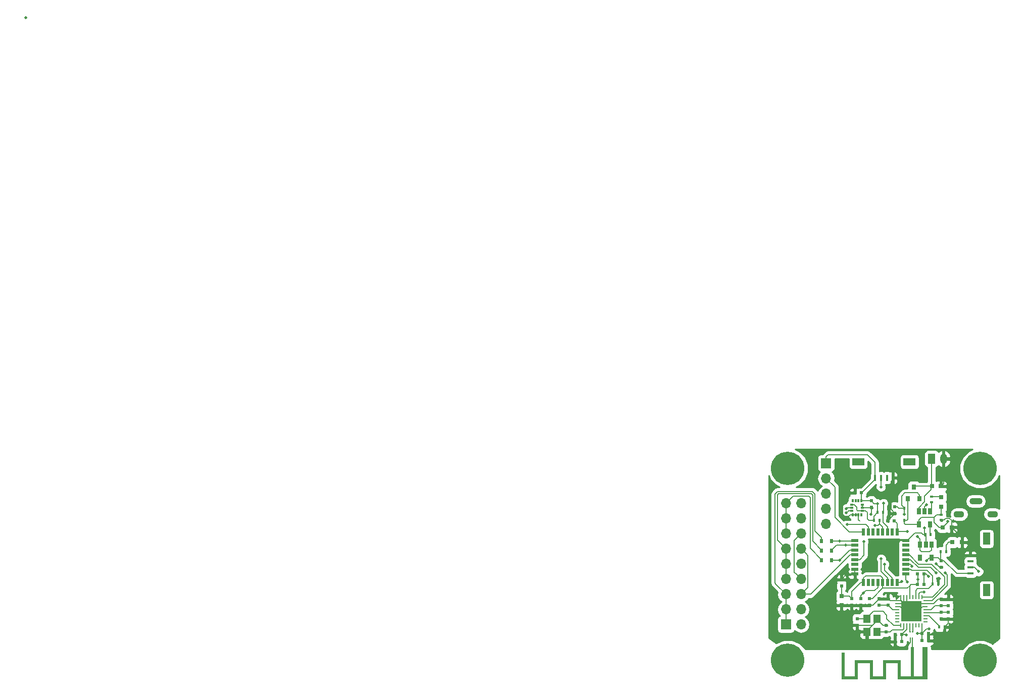
<source format=gbr>
G04 #@! TF.FileFunction,Copper,L1,Top,Signal*
%FSLAX46Y46*%
G04 Gerber Fmt 4.6, Leading zero omitted, Abs format (unit mm)*
G04 Created by KiCad (PCBNEW 4.0.7) date Tuesday, 19 '19e' June '19e' 2018, 11:22:24*
%MOMM*%
%LPD*%
G01*
G04 APERTURE LIST*
%ADD10C,0.100000*%
%ADD11C,0.500000*%
%ADD12C,0.220000*%
%ADD13C,5.600000*%
%ADD14R,0.900000X0.500000*%
%ADD15R,0.500000X0.500000*%
%ADD16R,0.800000X0.750000*%
%ADD17R,0.500000X0.600000*%
%ADD18R,0.600000X0.500000*%
%ADD19R,0.450000X0.600000*%
%ADD20R,0.800000X0.800000*%
%ADD21R,0.600000X0.800000*%
%ADD22R,1.700000X1.700000*%
%ADD23O,1.700000X1.700000*%
%ADD24R,0.400000X1.000000*%
%ADD25R,2.000000X1.300000*%
%ADD26O,1.800000X1.100000*%
%ADD27O,2.200000X1.100000*%
%ADD28R,1.200000X1.700000*%
%ADD29O,1.200000X1.700000*%
%ADD30R,0.800000X0.900000*%
%ADD31R,0.600000X0.400000*%
%ADD32R,0.400000X0.600000*%
%ADD33R,0.650000X1.060000*%
%ADD34R,0.580000X0.350000*%
%ADD35R,0.350000X0.580000*%
%ADD36R,0.750000X0.800000*%
%ADD37R,1.000000X0.400000*%
%ADD38R,1.300000X2.000000*%
%ADD39R,0.250000X0.700000*%
%ADD40R,0.700000X0.250000*%
%ADD41R,1.725000X1.725000*%
%ADD42R,0.600000X1.200000*%
%ADD43R,1.200000X0.600000*%
%ADD44R,1.200000X1.400000*%
%ADD45C,0.200000*%
%ADD46C,0.250000*%
G04 APERTURE END LIST*
D10*
G36*
X146150000Y-108310000D02*
X144150000Y-108310000D01*
X144150000Y-110950000D01*
X141450000Y-110950000D01*
X141450000Y-108310000D01*
X139450000Y-108310000D01*
X139450000Y-110950000D01*
X136750000Y-110950000D01*
X136750000Y-106510000D01*
X137250000Y-106510000D01*
X137250000Y-110450000D01*
X138950000Y-110450000D01*
X138950000Y-107810000D01*
X141950000Y-107810000D01*
X141950000Y-110450000D01*
X143650000Y-110450000D01*
X143650000Y-107810000D01*
X146650000Y-107810000D01*
X146650000Y-110450000D01*
X148350000Y-110450000D01*
X148350000Y-105550000D01*
X148850000Y-105550000D01*
X148850000Y-110450000D01*
X150250000Y-110450000D01*
X150250000Y-105550000D01*
X151150000Y-105550000D01*
X151150000Y-105793215D01*
X150847583Y-105793215D01*
X150837742Y-105745605D01*
X150813674Y-105703203D01*
X150775731Y-105670419D01*
X150767819Y-105666065D01*
X150725156Y-105653957D01*
X150676637Y-105654700D01*
X150631122Y-105667600D01*
X150612511Y-105678213D01*
X150578868Y-105713447D01*
X150558309Y-105758632D01*
X150551778Y-105808158D01*
X150560218Y-105856417D01*
X150577112Y-105888643D01*
X150612372Y-105921313D01*
X150657682Y-105941408D01*
X150707267Y-105947982D01*
X150755353Y-105940092D01*
X150788245Y-105923186D01*
X150823185Y-105886416D01*
X150842847Y-105841622D01*
X150847583Y-105793215D01*
X151150000Y-105793215D01*
X151150000Y-110950000D01*
X146150000Y-110950000D01*
X146150000Y-108310000D01*
X146150000Y-108310000D01*
G37*
D11*
X145675000Y-80675000D03*
X145525000Y-96675000D03*
X140375000Y-77725000D03*
X136275000Y-77575000D03*
X137400000Y-74525000D03*
X130425000Y-72675000D03*
X124850000Y-78275000D03*
X124825000Y-97875000D03*
X141700000Y-87725000D03*
X146075000Y-87700000D03*
X125525000Y-104375000D03*
X135450000Y-97875000D03*
X137800000Y-95425000D03*
X138200000Y-99925000D03*
X135450000Y-101525000D03*
X131975000Y-101550000D03*
X131000000Y-105450000D03*
X135475000Y-105400000D03*
X140400000Y-105450000D03*
X144375000Y-104200000D03*
X152425000Y-105500000D03*
X150700000Y-77550000D03*
X157375000Y-72650000D03*
X162875000Y-77875000D03*
X154675000Y-77850000D03*
X153400000Y-87350000D03*
X162000000Y-85500000D03*
X156950000Y-91175000D03*
X156650000Y-105500000D03*
X162050000Y-104500000D03*
X156650000Y-100900000D03*
X156650000Y-96325000D03*
X0Y0D03*
X0Y0D03*
X0Y0D03*
D12*
X148200000Y-104050000D03*
X148600000Y-104050000D03*
X148200000Y-103050000D03*
X148600000Y-103050000D03*
D13*
X159900000Y-107800000D03*
X127700000Y-107800000D03*
X159900000Y-75600000D03*
D14*
X150700000Y-105800000D03*
D15*
X148600000Y-105800000D03*
D16*
X155150000Y-85500000D03*
X153650000Y-85500000D03*
D17*
X145600000Y-82050000D03*
X145600000Y-83150000D03*
X153400000Y-91050000D03*
X153400000Y-92150000D03*
D16*
X153350000Y-78600000D03*
X151850000Y-78600000D03*
D17*
X141700000Y-81050000D03*
X141700000Y-82150000D03*
D18*
X140050000Y-79700000D03*
X138950000Y-79700000D03*
D17*
X153400000Y-97550000D03*
X153400000Y-98650000D03*
X154600000Y-97550000D03*
X154600000Y-98650000D03*
X144500000Y-98550000D03*
X144500000Y-97450000D03*
X153400000Y-100850000D03*
X153400000Y-99750000D03*
X143000000Y-98550000D03*
X143000000Y-97450000D03*
X139300000Y-100800000D03*
X139300000Y-101900000D03*
X144150000Y-103000000D03*
X144150000Y-101900000D03*
D19*
X147200000Y-82250000D03*
X147200000Y-84350000D03*
D20*
X153400000Y-82000000D03*
X153400000Y-80400000D03*
X155300000Y-88000000D03*
X156900000Y-88000000D03*
D21*
X135050000Y-87800000D03*
X133350000Y-87800000D03*
X135050000Y-89400000D03*
X133350000Y-89400000D03*
X135050000Y-91000000D03*
X133350000Y-91000000D03*
D22*
X134100000Y-74720000D03*
D23*
X134100000Y-77260000D03*
X134100000Y-79800000D03*
X134100000Y-82340000D03*
X134100000Y-84880000D03*
D24*
X145300000Y-77200000D03*
X144300000Y-77200000D03*
X143300000Y-77200000D03*
X142300000Y-77200000D03*
D25*
X148100000Y-74500000D03*
X139500000Y-74500000D03*
D26*
X156400000Y-83275000D03*
X162000000Y-83275000D03*
D27*
X159200000Y-81125000D03*
D28*
X151790000Y-73990000D03*
D29*
X153790000Y-73990000D03*
D22*
X127375000Y-101785000D03*
D23*
X129915000Y-101785000D03*
X127375000Y-99245000D03*
X129915000Y-99245000D03*
X127375000Y-96705000D03*
X129915000Y-96705000D03*
X127375000Y-94165000D03*
X129915000Y-94165000D03*
X127375000Y-91625000D03*
X129915000Y-91625000D03*
X127375000Y-89085000D03*
X129915000Y-89085000D03*
X127375000Y-86545000D03*
X129915000Y-86545000D03*
X127375000Y-84005000D03*
X129915000Y-84005000D03*
X127375000Y-81465000D03*
X129915000Y-81465000D03*
D30*
X147850000Y-80700000D03*
X149750000Y-80700000D03*
X148800000Y-78700000D03*
D31*
X153400000Y-83350000D03*
X153400000Y-84250000D03*
X151800000Y-81250000D03*
X151800000Y-80350000D03*
D32*
X151650000Y-86700000D03*
X150750000Y-86700000D03*
X153350000Y-89600000D03*
X154250000Y-89600000D03*
D33*
X151775000Y-88350000D03*
X150825000Y-88350000D03*
X149875000Y-88350000D03*
X149875000Y-90550000D03*
X151775000Y-90550000D03*
X151550000Y-82800000D03*
X150600000Y-82800000D03*
X149650000Y-82800000D03*
X149650000Y-85000000D03*
X151550000Y-85000000D03*
D34*
X138375000Y-82700000D03*
X138375000Y-82200000D03*
X138375000Y-81700000D03*
D35*
X138550000Y-81025000D03*
X139050000Y-81025000D03*
X139550000Y-81025000D03*
X140050000Y-81025000D03*
D34*
X140225000Y-82700000D03*
X140225000Y-82200000D03*
X140225000Y-81700000D03*
D35*
X138550000Y-83375000D03*
X139050000Y-83375000D03*
X139550000Y-83375000D03*
X140050000Y-83375000D03*
D13*
X127700000Y-75600000D03*
D17*
X154600000Y-100850000D03*
X154600000Y-99750000D03*
D18*
X150150000Y-103300000D03*
X151250000Y-103300000D03*
X150150000Y-104500000D03*
X151250000Y-104500000D03*
X146775000Y-104650000D03*
X145675000Y-104650000D03*
X146775000Y-103475000D03*
X145675000Y-103475000D03*
X149450000Y-95100000D03*
X150550000Y-95100000D03*
X149450000Y-93300000D03*
X150550000Y-93300000D03*
D17*
X139900000Y-97450000D03*
X139900000Y-98550000D03*
X138400000Y-97450000D03*
X138400000Y-98550000D03*
X141400000Y-97450000D03*
X141400000Y-98550000D03*
D36*
X136700000Y-98550000D03*
X136700000Y-97050000D03*
D18*
X145550000Y-84400000D03*
X144450000Y-84400000D03*
D17*
X136700000Y-95350000D03*
X136700000Y-94250000D03*
D37*
X158300000Y-93200000D03*
X158300000Y-92200000D03*
X158300000Y-91200000D03*
X158300000Y-90200000D03*
D38*
X161000000Y-96000000D03*
X161000000Y-87400000D03*
D32*
X142750000Y-83000000D03*
X143650000Y-83000000D03*
X142150000Y-84300000D03*
X143050000Y-84300000D03*
X151950000Y-95000000D03*
X152850000Y-95000000D03*
X153950000Y-102200000D03*
X153050000Y-102200000D03*
D39*
X150150000Y-97150000D03*
X149650000Y-97150000D03*
X149150000Y-97150000D03*
X148650000Y-97150000D03*
X148150000Y-97150000D03*
X147650000Y-97150000D03*
X147150000Y-97150000D03*
X146650000Y-97150000D03*
D40*
X146000000Y-97800000D03*
X146000000Y-98300000D03*
X146000000Y-98800000D03*
X146000000Y-99300000D03*
X146000000Y-99800000D03*
X146000000Y-100300000D03*
X146000000Y-100800000D03*
X146000000Y-101300000D03*
D39*
X146650000Y-101950000D03*
X147150000Y-101950000D03*
X147650000Y-101950000D03*
X148150000Y-101950000D03*
X148650000Y-101950000D03*
X149150000Y-101950000D03*
X149650000Y-101950000D03*
X150150000Y-101950000D03*
D40*
X150800000Y-101300000D03*
X150800000Y-100800000D03*
X150800000Y-100300000D03*
X150800000Y-99800000D03*
X150800000Y-99300000D03*
X150800000Y-98800000D03*
X150800000Y-98300000D03*
X150800000Y-97800000D03*
D41*
X147537500Y-100412500D03*
X149262500Y-100412500D03*
X147537500Y-98687500D03*
X149262500Y-98687500D03*
D42*
X140400000Y-94750000D03*
X141200000Y-94750000D03*
X142000000Y-94750000D03*
X142800000Y-94750000D03*
X143600000Y-94750000D03*
X144400000Y-94750000D03*
X145200000Y-94750000D03*
X146000000Y-94750000D03*
D43*
X147450000Y-93300000D03*
X147450000Y-92500000D03*
X147450000Y-91700000D03*
X147450000Y-90900000D03*
X147450000Y-90100000D03*
X147450000Y-89300000D03*
X147450000Y-88500000D03*
X147450000Y-87700000D03*
D42*
X146000000Y-86250000D03*
X145200000Y-86250000D03*
X144400000Y-86250000D03*
X143600000Y-86250000D03*
X142800000Y-86250000D03*
X142000000Y-86250000D03*
X141200000Y-86250000D03*
X140400000Y-86250000D03*
D43*
X138950000Y-87700000D03*
X138950000Y-88500000D03*
X138950000Y-89300000D03*
X138950000Y-90100000D03*
X138950000Y-90900000D03*
X138950000Y-91700000D03*
X138950000Y-92500000D03*
X138950000Y-93300000D03*
D44*
X140950000Y-100800000D03*
X140950000Y-103000000D03*
X142650000Y-103000000D03*
X142650000Y-100800000D03*
D11*
X162050000Y-97975000D03*
X156375000Y-85525000D03*
X149550000Y-100650000D03*
X148450000Y-100650000D03*
X149550000Y-99550000D03*
X148450000Y-99550000D03*
X147250000Y-99550000D03*
X149550000Y-98375000D03*
X147250000Y-100650000D03*
X147250000Y-98375000D03*
X148450000Y-98375000D03*
X141600000Y-83275000D03*
X151243592Y-93681408D03*
X152526409Y-91573591D03*
X150575000Y-85575000D03*
X150958910Y-81658910D03*
X154500000Y-84500000D03*
X147200000Y-83300000D03*
X149400000Y-87000000D03*
X149375000Y-103300000D03*
X147525000Y-103500000D03*
X151350000Y-102550000D03*
X142700000Y-81500000D03*
X147700000Y-86200000D03*
X149500000Y-94200000D03*
X150900000Y-91100000D03*
X143350000Y-90750000D03*
X143900000Y-91700000D03*
X146825000Y-94600000D03*
X137625000Y-85000000D03*
X140350000Y-96500000D03*
X136375000Y-87800000D03*
X137425000Y-88500000D03*
X136350000Y-91000000D03*
X143300000Y-78700000D03*
X140450000Y-87875000D03*
X159700000Y-92900000D03*
X147750000Y-94625000D03*
X143713909Y-81436091D03*
X137458384Y-82338798D03*
X137500000Y-83075000D03*
X142300000Y-85125000D03*
X150525000Y-96300000D03*
X148506161Y-92013294D03*
X152511091Y-93113909D03*
X154063909Y-93111091D03*
D45*
X156950000Y-91175000D02*
X157925000Y-90200000D01*
X157925000Y-90200000D02*
X158300000Y-90200000D01*
X158300000Y-90200000D02*
X158300000Y-88800000D01*
X158300000Y-88800000D02*
X157500000Y-88000000D01*
X157500000Y-88000000D02*
X156900000Y-88000000D01*
X138225000Y-84300000D02*
X137050000Y-84300000D01*
X138225000Y-84175000D02*
X138225000Y-84300000D01*
X137800000Y-83750000D02*
X138225000Y-84175000D01*
X137650000Y-83750000D02*
X137800000Y-83750000D01*
X137625000Y-83775000D02*
X137650000Y-83750000D01*
X137275000Y-83775000D02*
X137625000Y-83775000D01*
X137100000Y-83600000D02*
X137275000Y-83775000D01*
X137025000Y-83600000D02*
X137100000Y-83600000D01*
X136800000Y-83375000D02*
X137025000Y-83600000D01*
X136800000Y-83125000D02*
X136800000Y-83375000D01*
X136750000Y-83075000D02*
X136800000Y-83125000D01*
X136750000Y-82525000D02*
X136750000Y-83075000D01*
X136775000Y-82500000D02*
X136750000Y-82525000D01*
X136775000Y-82325000D02*
X136775000Y-82500000D01*
X136775000Y-82075000D02*
X136775000Y-82325000D01*
X136900000Y-82200000D02*
X136775000Y-82075000D01*
X136900000Y-82425000D02*
X136900000Y-82200000D01*
X136908383Y-82416617D02*
X136900000Y-82425000D01*
X136908383Y-82325000D02*
X136908383Y-80466617D01*
X136908383Y-83297385D02*
X136908383Y-82325000D01*
X136908383Y-82325000D02*
X136908383Y-82416617D01*
X144450000Y-84400000D02*
X144500000Y-84400000D01*
X144500000Y-84400000D02*
X144850000Y-84050000D01*
X144850000Y-84050000D02*
X144850000Y-83700000D01*
X144850000Y-83700000D02*
X144700000Y-83850000D01*
X144850000Y-81600000D02*
X144850000Y-83700000D01*
X144850000Y-82850000D02*
X144850000Y-81600000D01*
X145600000Y-83150000D02*
X145150000Y-83150000D01*
X145150000Y-83150000D02*
X144850000Y-82850000D01*
X135600000Y-98325000D02*
X135825000Y-98550000D01*
X135825000Y-98550000D02*
X136700000Y-98550000D01*
X135600000Y-94900000D02*
X135600000Y-98325000D01*
X136700000Y-94250000D02*
X136250000Y-94250000D01*
X136250000Y-94250000D02*
X135600000Y-94900000D01*
X146075000Y-87700000D02*
X147450000Y-87700000D01*
X139725000Y-84375000D02*
X139550000Y-84200000D01*
X139550000Y-84200000D02*
X139550000Y-83375000D01*
X141700000Y-82150000D02*
X141700000Y-83175000D01*
X141700000Y-83175000D02*
X141600000Y-83275000D01*
X136908383Y-80466617D02*
X137675000Y-79700000D01*
X137675000Y-79700000D02*
X138950000Y-79700000D01*
X137925000Y-83625000D02*
X137235999Y-83625001D01*
X137235999Y-83625001D02*
X136908383Y-83297385D01*
X138550000Y-83375000D02*
X138175000Y-83375000D01*
X138175000Y-83375000D02*
X137925000Y-83625000D01*
X144975000Y-77825000D02*
X144975000Y-82475000D01*
X144975000Y-82475000D02*
X145600000Y-83100000D01*
X145600000Y-83100000D02*
X145600000Y-83150000D01*
X145300000Y-77200000D02*
X145300000Y-77500000D01*
X145300000Y-77500000D02*
X144975000Y-77825000D01*
X150550000Y-93300000D02*
X150862184Y-93300000D01*
X150862184Y-93300000D02*
X151243592Y-93681408D01*
X147450000Y-87700000D02*
X147750000Y-87700000D01*
X147750000Y-87700000D02*
X149000001Y-86449999D01*
X149000001Y-86449999D02*
X150099999Y-86449999D01*
X150350000Y-86700000D02*
X150750000Y-86700000D01*
X150099999Y-86449999D02*
X150350000Y-86700000D01*
X145600000Y-83150000D02*
X145600000Y-83250000D01*
X145600000Y-83250000D02*
X144450000Y-84400000D01*
X153400000Y-92150000D02*
X153102818Y-92150000D01*
X153102818Y-92150000D02*
X152526409Y-91573591D01*
X156375000Y-85525000D02*
X155175000Y-85525000D01*
X155175000Y-85525000D02*
X155150000Y-85500000D01*
X150575000Y-85575000D02*
X150575000Y-86525000D01*
X150575000Y-86525000D02*
X150750000Y-86700000D01*
X150600000Y-82800000D02*
X150600000Y-82017820D01*
X150600000Y-82017820D02*
X150958910Y-81658910D01*
X150550000Y-93300000D02*
X150550000Y-95100000D01*
X150825000Y-88350000D02*
X150825000Y-86775000D01*
X150825000Y-86775000D02*
X150750000Y-86700000D01*
X156900000Y-88000000D02*
X156900000Y-87225000D01*
X156900000Y-87225000D02*
X155175000Y-85500000D01*
X155175000Y-85500000D02*
X155150000Y-85500000D01*
X155150000Y-85500000D02*
X155150000Y-84335998D01*
X155150000Y-84335998D02*
X154764001Y-83949999D01*
X154764001Y-83949999D02*
X154200001Y-83949999D01*
X154200001Y-83949999D02*
X153900000Y-84250000D01*
X153900000Y-84250000D02*
X153400000Y-84250000D01*
X153790000Y-73990000D02*
X153790000Y-78160000D01*
X153790000Y-78160000D02*
X153350000Y-78600000D01*
X140225000Y-82200000D02*
X141650000Y-82200000D01*
X141650000Y-82200000D02*
X141700000Y-82150000D01*
X140225000Y-81700000D02*
X140225000Y-82200000D01*
X139050000Y-83375000D02*
X139550000Y-83375000D01*
X138550000Y-83375000D02*
X139050000Y-83375000D01*
X138950000Y-93300000D02*
X137600000Y-93300000D01*
X137600000Y-93300000D02*
X136700000Y-94200000D01*
X136700000Y-94200000D02*
X136700000Y-94250000D01*
X138950000Y-93300000D02*
X138950000Y-92500000D01*
X146000000Y-97800000D02*
X144850000Y-97800000D01*
X144850000Y-97800000D02*
X144500000Y-97450000D01*
X143000000Y-97450000D02*
X144500000Y-97450000D01*
X141400000Y-98550000D02*
X141950000Y-98550000D01*
X141950000Y-98550000D02*
X143000000Y-97500000D01*
X143000000Y-97500000D02*
X143000000Y-97450000D01*
X139900000Y-98550000D02*
X141400000Y-98550000D01*
X138400000Y-98550000D02*
X139900000Y-98550000D01*
X136700000Y-98550000D02*
X138400000Y-98550000D01*
X153400000Y-97550000D02*
X152884301Y-97550000D01*
X152884301Y-97550000D02*
X152134301Y-98300000D01*
X152134301Y-98300000D02*
X151350000Y-98300000D01*
X151350000Y-98300000D02*
X150800000Y-98300000D01*
X153400000Y-97550000D02*
X154600000Y-97550000D01*
X154600000Y-100850000D02*
X154600000Y-101550000D01*
X154600000Y-101550000D02*
X153950000Y-102200000D01*
X153400000Y-100850000D02*
X154600000Y-100850000D01*
X151250000Y-103300000D02*
X151250000Y-104500000D01*
X145675000Y-104650000D02*
X145675000Y-105100000D01*
X146975736Y-105600000D02*
X147400000Y-105600000D01*
X145675000Y-105100000D02*
X146175000Y-105600000D01*
X146175000Y-105600000D02*
X146975736Y-105600000D01*
X147400000Y-105600000D02*
X148189999Y-104810001D01*
X148189999Y-104810001D02*
X148189999Y-104246801D01*
X148189999Y-104246801D02*
X148189999Y-104050000D01*
X145675000Y-103475000D02*
X145675000Y-104650000D01*
X142650000Y-101200000D02*
X141900000Y-101950000D01*
X141900000Y-101950000D02*
X140950000Y-102900000D01*
X139300000Y-101900000D02*
X141850000Y-101900000D01*
X141850000Y-101900000D02*
X141900000Y-101950000D01*
X142650000Y-100800000D02*
X142650000Y-101200000D01*
X140950000Y-102900000D02*
X140950000Y-103000000D01*
X142650000Y-100800000D02*
X142650000Y-100900000D01*
X142650000Y-100900000D02*
X143650000Y-101900000D01*
X143650000Y-101900000D02*
X143700000Y-101900000D01*
X143700000Y-101900000D02*
X144150000Y-101900000D01*
X139300000Y-101900000D02*
X139300000Y-102400000D01*
X139300000Y-102400000D02*
X139900000Y-103000000D01*
X139900000Y-103000000D02*
X140150000Y-103000000D01*
X140150000Y-103000000D02*
X140950000Y-103000000D01*
X146000000Y-98800000D02*
X146575000Y-98800000D01*
X146575000Y-98800000D02*
X147250000Y-99475000D01*
X146000000Y-98300000D02*
X147175000Y-98300000D01*
X147175000Y-98300000D02*
X147250000Y-98375000D01*
X146000000Y-97800000D02*
X146675000Y-97800000D01*
X146675000Y-97800000D02*
X147250000Y-98375000D01*
X146650000Y-97150000D02*
X146650000Y-97775000D01*
X146650000Y-97775000D02*
X147250000Y-98375000D01*
X147150000Y-97150000D02*
X147150000Y-98275000D01*
X147150000Y-98275000D02*
X147250000Y-98375000D01*
X147650000Y-97150000D02*
X147650000Y-97975000D01*
X147650000Y-97975000D02*
X147250000Y-98375000D01*
X150800000Y-98800000D02*
X150225000Y-98800000D01*
X150225000Y-98800000D02*
X149550000Y-99475000D01*
X150800000Y-98300000D02*
X149625000Y-98300000D01*
X149625000Y-98300000D02*
X149550000Y-98375000D01*
X148600000Y-105800000D02*
X148600000Y-105350000D01*
X148600000Y-105350000D02*
X148610001Y-105339999D01*
X148610001Y-105339999D02*
X148610001Y-104246801D01*
X148610001Y-104246801D02*
X148610001Y-104050000D01*
X147850000Y-80700000D02*
X147850000Y-84125000D01*
X147850000Y-84125000D02*
X147625000Y-84350000D01*
X147625000Y-84350000D02*
X147200000Y-84350000D01*
X147200000Y-84350000D02*
X147200000Y-84275000D01*
X147200000Y-84350000D02*
X147200000Y-84850000D01*
X149125000Y-85000000D02*
X149650000Y-85000000D01*
X147200000Y-84850000D02*
X147350000Y-85000000D01*
X147350000Y-85000000D02*
X149125000Y-85000000D01*
X153650000Y-85500000D02*
X153050000Y-85500000D01*
X153050000Y-85500000D02*
X152200000Y-84650000D01*
X152200000Y-84650000D02*
X152200000Y-83800000D01*
X154500000Y-84500000D02*
X154500000Y-84650000D01*
X154500000Y-84650000D02*
X153650000Y-85500000D01*
X153400000Y-82000000D02*
X153400000Y-83350000D01*
X152200000Y-83800000D02*
X152650000Y-83350000D01*
X152650000Y-83350000D02*
X153400000Y-83350000D01*
X150120000Y-83800000D02*
X152200000Y-83800000D01*
X149650000Y-85000000D02*
X149650000Y-84270000D01*
X149650000Y-84270000D02*
X150120000Y-83800000D01*
X146250000Y-82250000D02*
X147200000Y-82250000D01*
X145600000Y-82050000D02*
X146050000Y-82050000D01*
X146050000Y-82050000D02*
X146250000Y-82250000D01*
X149400000Y-87000000D02*
X149850000Y-87450000D01*
X149850000Y-87450000D02*
X149850000Y-89330000D01*
X149850000Y-89330000D02*
X150120000Y-89600000D01*
X151480000Y-89600000D02*
X151775000Y-89305000D01*
X150120000Y-89600000D02*
X151480000Y-89600000D01*
X151775000Y-89305000D02*
X151775000Y-88350000D01*
X147200000Y-83300000D02*
X147200000Y-82250000D01*
X147300000Y-79700000D02*
X146775000Y-80225000D01*
X146775000Y-80225000D02*
X146775000Y-81750000D01*
X146775000Y-81750000D02*
X147200000Y-82175000D01*
X147200000Y-82175000D02*
X147200000Y-82250000D01*
X149400000Y-79700000D02*
X147300000Y-79700000D01*
X149750000Y-80700000D02*
X149750000Y-80050000D01*
X149750000Y-80050000D02*
X149400000Y-79700000D01*
X153850000Y-91050000D02*
X156000000Y-93200000D01*
X156000000Y-93200000D02*
X158300000Y-93200000D01*
X158000000Y-93200000D02*
X158300000Y-93200000D01*
X139250000Y-82575000D02*
X139375000Y-82700000D01*
X139375000Y-82700000D02*
X139735000Y-82700000D01*
X139250000Y-82085000D02*
X139250000Y-82575000D01*
X138865000Y-81700000D02*
X139250000Y-82085000D01*
X142300000Y-77200000D02*
X142300000Y-74550000D01*
X142300000Y-74550000D02*
X141050001Y-73300001D01*
X141050001Y-73300001D02*
X134469999Y-73300001D01*
X134469999Y-73300001D02*
X134100000Y-73670000D01*
X134100000Y-73670000D02*
X134100000Y-74720000D01*
X141000000Y-84025000D02*
X141275000Y-84300000D01*
X141275000Y-84300000D02*
X142150000Y-84300000D01*
X141000000Y-82985000D02*
X141000000Y-84025000D01*
X140225000Y-82700000D02*
X140715000Y-82700000D01*
X140715000Y-82700000D02*
X141000000Y-82985000D01*
X149375000Y-103300000D02*
X150150000Y-103300000D01*
X150100000Y-103250000D02*
X150150000Y-103300000D01*
X146775000Y-103475000D02*
X147500000Y-103475000D01*
X147500000Y-103475000D02*
X147525000Y-103500000D01*
X146775000Y-103475000D02*
X146775000Y-104650000D01*
X147650000Y-101950000D02*
X147650000Y-102600000D01*
X147650000Y-102600000D02*
X146775000Y-103475000D01*
X151775000Y-90550000D02*
X151450000Y-90550000D01*
X151450000Y-90550000D02*
X150900000Y-91100000D01*
X151775000Y-90550000D02*
X152900000Y-90550000D01*
X152900000Y-90550000D02*
X153400000Y-91050000D01*
X148150000Y-95300000D02*
X147750000Y-95700000D01*
X147750000Y-95700000D02*
X143600000Y-95700000D01*
X149450000Y-95100000D02*
X148350000Y-95100000D01*
X148350000Y-95100000D02*
X148150000Y-95300000D01*
X148150000Y-95300000D02*
X148150000Y-97150000D01*
X141400000Y-97450000D02*
X141850000Y-97450000D01*
X143600000Y-95700000D02*
X143600000Y-94750000D01*
X141850000Y-97450000D02*
X143600000Y-95700000D01*
X150150000Y-103300000D02*
X150150000Y-104500000D01*
X150150000Y-101950000D02*
X150150000Y-103300000D01*
X151350000Y-102550000D02*
X150900000Y-102550000D01*
X150900000Y-102550000D02*
X150150000Y-103300000D01*
X142300000Y-77200000D02*
X142300000Y-77500000D01*
X142300000Y-77500000D02*
X140100000Y-79700000D01*
X140100000Y-79700000D02*
X140050000Y-79700000D01*
X138375000Y-81700000D02*
X138865000Y-81700000D01*
X139719998Y-82700000D02*
X139735000Y-82700000D01*
X139735000Y-82700000D02*
X140225000Y-82700000D01*
X140050000Y-79700000D02*
X140050000Y-81025000D01*
X141700000Y-81050000D02*
X140075000Y-81050000D01*
X140075000Y-81050000D02*
X140050000Y-81025000D01*
X142700000Y-81500000D02*
X142150000Y-81500000D01*
X142150000Y-81500000D02*
X141700000Y-81050000D01*
X142750000Y-83000000D02*
X142150000Y-83600000D01*
X142150000Y-83600000D02*
X142150000Y-84300000D01*
X142700000Y-81500000D02*
X142700000Y-82950000D01*
X142700000Y-82950000D02*
X142750000Y-83000000D01*
X146000000Y-86250000D02*
X146000000Y-84850000D01*
X146000000Y-84850000D02*
X145550000Y-84400000D01*
X147700000Y-86200000D02*
X146050000Y-86200000D01*
X146050000Y-86200000D02*
X146000000Y-86250000D01*
X136700000Y-97050000D02*
X136700000Y-95350000D01*
X136700000Y-97050000D02*
X138000000Y-97050000D01*
X138000000Y-97050000D02*
X138400000Y-97450000D01*
X138400000Y-97450000D02*
X138400000Y-96250000D01*
X138400000Y-96250000D02*
X139900000Y-94750000D01*
X139900000Y-94750000D02*
X140400000Y-94750000D01*
X140750000Y-93600000D02*
X143250000Y-93600000D01*
X143250000Y-93600000D02*
X143600000Y-93950000D01*
X143600000Y-93950000D02*
X143600000Y-94750000D01*
X140400000Y-94750000D02*
X140400000Y-93950000D01*
X140400000Y-93950000D02*
X140750000Y-93600000D01*
X149500000Y-94200000D02*
X149500000Y-95050000D01*
X149500000Y-95050000D02*
X149450000Y-95100000D01*
X149500000Y-94200000D02*
X149500000Y-93350000D01*
X149500000Y-93350000D02*
X149450000Y-93300000D01*
X153400000Y-91050000D02*
X153850000Y-91050000D01*
X153350000Y-89600000D02*
X153350000Y-91000000D01*
X153350000Y-91000000D02*
X153400000Y-91050000D01*
X150625000Y-81215002D02*
X150625000Y-80275000D01*
X150625000Y-80275000D02*
X151725000Y-79175000D01*
X149650000Y-82800000D02*
X149650000Y-82190002D01*
X149650000Y-82190002D02*
X150625000Y-81215002D01*
X151725000Y-79175000D02*
X151725000Y-78725000D01*
X151725000Y-78725000D02*
X151850000Y-78600000D01*
X151850000Y-78600000D02*
X148900000Y-78600000D01*
X148900000Y-78600000D02*
X148800000Y-78700000D01*
X151790000Y-73990000D02*
X151790000Y-78540000D01*
X151790000Y-78540000D02*
X151850000Y-78600000D01*
X144500000Y-98550000D02*
X145250000Y-99300000D01*
X145250000Y-99300000D02*
X146000000Y-99300000D01*
X144500000Y-98550000D02*
X143000000Y-98550000D01*
X144400000Y-94750000D02*
X144400000Y-93950000D01*
X144400000Y-93950000D02*
X143350000Y-92900000D01*
X143350000Y-92900000D02*
X143350000Y-90750000D01*
X143900000Y-92675000D02*
X143925000Y-92675000D01*
X143925000Y-92675000D02*
X145200000Y-93950000D01*
X145200000Y-93950000D02*
X145200000Y-94750000D01*
X143900000Y-91700000D02*
X143900000Y-92675000D01*
X146000000Y-94750000D02*
X146675000Y-94750000D01*
X146675000Y-94750000D02*
X146825000Y-94600000D01*
X151800000Y-80350000D02*
X153350000Y-80350000D01*
X153350000Y-80350000D02*
X153400000Y-80400000D01*
X155300000Y-88000000D02*
X154700000Y-88000000D01*
X154700000Y-88000000D02*
X154250000Y-88450000D01*
X154250000Y-88450000D02*
X154250000Y-89100000D01*
X154250000Y-89100000D02*
X154250000Y-89600000D01*
X125525000Y-79900000D02*
X125525000Y-94855000D01*
X125525000Y-94855000D02*
X125725000Y-95055000D01*
X125975000Y-79450000D02*
X125525000Y-79900000D01*
X131825000Y-79450000D02*
X125975000Y-79450000D01*
X125725000Y-95055000D02*
X127375000Y-96705000D01*
X132250000Y-79875000D02*
X131825000Y-79450000D01*
X132250000Y-86100000D02*
X132250000Y-79875000D01*
X133350000Y-87800000D02*
X133350000Y-87200000D01*
X133350000Y-87200000D02*
X132250000Y-86100000D01*
X127375000Y-99245000D02*
X127375000Y-101785000D01*
X127375000Y-96705000D02*
X127375000Y-99245000D01*
X125925010Y-80065688D02*
X125925010Y-87635010D01*
X125925010Y-87635010D02*
X127375000Y-89085000D01*
X126140688Y-79850010D02*
X125925010Y-80065688D01*
X131650010Y-79850010D02*
X126140688Y-79850010D01*
X131849990Y-80040688D02*
X131840688Y-80040688D01*
X131840688Y-80040688D02*
X131650010Y-79850010D01*
X133350000Y-89400000D02*
X133350000Y-89300000D01*
X133350000Y-89300000D02*
X131849990Y-87799990D01*
X131849990Y-87799990D02*
X131849990Y-80040688D01*
X127375000Y-91625000D02*
X127375000Y-90422919D01*
X127375000Y-90422919D02*
X127375000Y-89085000D01*
X127375000Y-94165000D02*
X127375000Y-91625000D01*
X131449980Y-80474980D02*
X131449980Y-88999980D01*
X133350000Y-90900000D02*
X133350000Y-91000000D01*
X131449980Y-88999980D02*
X133350000Y-90900000D01*
X128589980Y-80250020D02*
X131225020Y-80250020D01*
X131225020Y-80250020D02*
X131449980Y-80474980D01*
X127375000Y-81465000D02*
X128589980Y-80250020D01*
X127375000Y-84005000D02*
X127375000Y-81465000D01*
X127375000Y-86545000D02*
X127375000Y-84005000D01*
X135600000Y-83850000D02*
X138000000Y-86250000D01*
X138000000Y-86250000D02*
X140400000Y-86250000D01*
X134100000Y-77260000D02*
X135600000Y-78760000D01*
X135600000Y-78760000D02*
X135600000Y-83850000D01*
X137625000Y-85000000D02*
X140750000Y-85000000D01*
X140750000Y-85000000D02*
X141200000Y-85450000D01*
X141200000Y-85450000D02*
X141200000Y-86250000D01*
X151800000Y-81250000D02*
X151800000Y-82550000D01*
X151800000Y-82550000D02*
X151550000Y-82800000D01*
X151550000Y-85000000D02*
X151550000Y-86600000D01*
X151550000Y-86600000D02*
X151650000Y-86700000D01*
X153400000Y-98650000D02*
X154600000Y-98650000D01*
X151700000Y-99300000D02*
X152350000Y-98650000D01*
X152350000Y-98650000D02*
X153400000Y-98650000D01*
X150800000Y-99300000D02*
X151700000Y-99300000D01*
X153400000Y-99750000D02*
X154600000Y-99750000D01*
X150800000Y-99800000D02*
X153350000Y-99800000D01*
X153350000Y-99800000D02*
X153400000Y-99750000D01*
X139300000Y-100800000D02*
X140950000Y-100800000D01*
X143625000Y-99575000D02*
X142075000Y-99575000D01*
X142075000Y-99575000D02*
X140950000Y-100700000D01*
X140950000Y-100700000D02*
X140950000Y-100800000D01*
X144275000Y-100225000D02*
X143625000Y-99575000D01*
X144275000Y-100800000D02*
X144275000Y-100225000D01*
X145425000Y-101950000D02*
X144275000Y-100800000D01*
X146650000Y-101950000D02*
X145425000Y-101950000D01*
X144150000Y-103000000D02*
X142650000Y-103000000D01*
X145175000Y-102700000D02*
X144875000Y-103000000D01*
X144875000Y-103000000D02*
X144150000Y-103000000D01*
X146950000Y-102700000D02*
X145175000Y-102700000D01*
X147150000Y-101950000D02*
X147150000Y-102500000D01*
X147150000Y-102500000D02*
X146950000Y-102700000D01*
X139900000Y-96950000D02*
X140350000Y-96500000D01*
X140350000Y-96500000D02*
X140750000Y-96100000D01*
X140750000Y-96100000D02*
X142250000Y-96100000D01*
X142250000Y-96100000D02*
X142800000Y-95550000D01*
X142800000Y-95550000D02*
X142800000Y-94750000D01*
X139900000Y-97450000D02*
X139900000Y-96950000D01*
X136375000Y-87800000D02*
X138850000Y-87800000D01*
X138850000Y-87800000D02*
X138950000Y-87700000D01*
X136375000Y-87800000D02*
X135050000Y-87800000D01*
X129915000Y-86545000D02*
X128764999Y-87695001D01*
X128764999Y-87695001D02*
X128764999Y-93014999D01*
X128764999Y-93014999D02*
X129065001Y-93315001D01*
X129065001Y-93315001D02*
X129915000Y-94165000D01*
X137425000Y-88500000D02*
X135850000Y-88500000D01*
X135850000Y-88500000D02*
X135050000Y-89300000D01*
X135050000Y-89300000D02*
X135050000Y-89400000D01*
X137425000Y-88500000D02*
X138950000Y-88500000D01*
X136350000Y-91000000D02*
X138050000Y-89300000D01*
X138050000Y-89300000D02*
X138950000Y-89300000D01*
X136350000Y-91000000D02*
X135050000Y-91000000D01*
X143300000Y-78700000D02*
X143300000Y-77200000D01*
X138950000Y-90900000D02*
X139750000Y-90900000D01*
X139750000Y-90900000D02*
X140450000Y-90200000D01*
X140450000Y-90200000D02*
X140450000Y-87875000D01*
X129915000Y-96705000D02*
X131065001Y-95554999D01*
X131065001Y-95554999D02*
X131065001Y-90235001D01*
X131065001Y-90235001D02*
X130764999Y-89934999D01*
X130764999Y-89934999D02*
X129915000Y-89085000D01*
X138950000Y-90100000D02*
X138150000Y-90100000D01*
X138150000Y-90100000D02*
X131545000Y-96705000D01*
X131545000Y-96705000D02*
X131117081Y-96705000D01*
X131117081Y-96705000D02*
X129915000Y-96705000D01*
X158300000Y-92200000D02*
X159000000Y-92200000D01*
X159000000Y-92200000D02*
X159700000Y-92900000D01*
X147450000Y-93300000D02*
X147450000Y-94325000D01*
X147450000Y-94325000D02*
X147750000Y-94625000D01*
X143713909Y-81436091D02*
X143713909Y-82936091D01*
X143713909Y-82936091D02*
X143650000Y-83000000D01*
X138375000Y-82200000D02*
X137597182Y-82200000D01*
X137597182Y-82200000D02*
X137458384Y-82338798D01*
X143650000Y-83000000D02*
X143650000Y-84690002D01*
X144400000Y-85440002D02*
X144400000Y-85450000D01*
X143650000Y-84690002D02*
X144400000Y-85440002D01*
X144400000Y-85450000D02*
X144400000Y-86250000D01*
X137500000Y-83075000D02*
X137875000Y-82700000D01*
X137875000Y-82700000D02*
X138375000Y-82700000D01*
X142825000Y-85125000D02*
X142300000Y-85125000D01*
X143050000Y-84900000D02*
X142825000Y-85125000D01*
X143050000Y-84300000D02*
X143050000Y-84900000D01*
X143050000Y-84900000D02*
X143600000Y-85450000D01*
X143600000Y-85450000D02*
X143600000Y-86250000D01*
X149450000Y-95750000D02*
X151300000Y-95750000D01*
X151950000Y-95100000D02*
X151950000Y-95000000D01*
X151300000Y-95750000D02*
X151950000Y-95100000D01*
X149150000Y-96050000D02*
X149450000Y-95750000D01*
X149150000Y-97150000D02*
X149150000Y-96050000D01*
X147450000Y-92500000D02*
X148250000Y-92500000D01*
X148250000Y-92500000D02*
X148449999Y-92699999D01*
X148449999Y-92699999D02*
X151040001Y-92699999D01*
X151040001Y-92699999D02*
X151950000Y-93609998D01*
X151950000Y-93609998D02*
X151950000Y-94500000D01*
X151950000Y-94500000D02*
X151950000Y-95000000D01*
X153050000Y-102200000D02*
X153050000Y-102000000D01*
X153050000Y-102000000D02*
X151350000Y-100300000D01*
X151350000Y-100300000D02*
X150800000Y-100300000D01*
X150150000Y-97150000D02*
X151950000Y-97150000D01*
X151825001Y-91650001D02*
X149579999Y-91650001D01*
X151950000Y-97150000D02*
X154000000Y-95100000D01*
X154000000Y-95100000D02*
X154000000Y-93825000D01*
X154000000Y-93825000D02*
X151825001Y-91650001D01*
X149579999Y-91650001D02*
X148029998Y-90100000D01*
X148029998Y-90100000D02*
X147450000Y-90100000D01*
X150525000Y-96300000D02*
X149950000Y-96300000D01*
X149950000Y-96300000D02*
X149650000Y-96600000D01*
X149650000Y-96600000D02*
X149650000Y-97150000D01*
X147450000Y-91700000D02*
X148192867Y-91700000D01*
X148192867Y-91700000D02*
X148506161Y-92013294D01*
X147450000Y-90900000D02*
X148250000Y-90900000D01*
X149575010Y-92225010D02*
X151622192Y-92225010D01*
X148250000Y-90900000D02*
X149575010Y-92225010D01*
X152511091Y-93113909D02*
X151622192Y-92225010D01*
X150800000Y-97800000D02*
X151865699Y-97800000D01*
X151865699Y-97800000D02*
X154400010Y-95265689D01*
X154400010Y-95265689D02*
X154400010Y-93447192D01*
X154400010Y-93447192D02*
X154063909Y-93111091D01*
X148650000Y-101950000D02*
X148650000Y-103010001D01*
X148650000Y-103010001D02*
X148610001Y-103050000D01*
X148150000Y-101950000D02*
X148150000Y-103010001D01*
X148150000Y-103010001D02*
X148189999Y-103050000D01*
D46*
G36*
X157962428Y-72694733D02*
X156998119Y-73657360D01*
X156475596Y-74915736D01*
X156474407Y-76278286D01*
X156994733Y-77537572D01*
X157957360Y-78501881D01*
X159215736Y-79024404D01*
X160578286Y-79025593D01*
X161837572Y-78505267D01*
X162801881Y-77542640D01*
X163100000Y-76824689D01*
X163100000Y-82370164D01*
X162829530Y-82189442D01*
X162379877Y-82100000D01*
X161620123Y-82100000D01*
X161170470Y-82189442D01*
X160789273Y-82444150D01*
X160534565Y-82825347D01*
X160445123Y-83275000D01*
X160534565Y-83724653D01*
X160789273Y-84105850D01*
X161170470Y-84360558D01*
X161620123Y-84450000D01*
X162379877Y-84450000D01*
X162829530Y-84360558D01*
X163100000Y-84179836D01*
X163100000Y-104143166D01*
X161986666Y-105042397D01*
X161842640Y-104898119D01*
X160584264Y-104375596D01*
X159221714Y-104374407D01*
X157962428Y-104894733D01*
X156998119Y-105857360D01*
X156990794Y-105875000D01*
X151775000Y-105875000D01*
X151775000Y-105550000D01*
X151736768Y-105357792D01*
X151908565Y-105286632D01*
X152086631Y-105108566D01*
X152183000Y-104875912D01*
X152183000Y-104783250D01*
X152024750Y-104625000D01*
X151379000Y-104625000D01*
X151379000Y-104649000D01*
X151121000Y-104649000D01*
X151121000Y-104625000D01*
X151101000Y-104625000D01*
X151101000Y-104375000D01*
X151121000Y-104375000D01*
X151121000Y-103425000D01*
X151101000Y-103425000D01*
X151101000Y-103394042D01*
X151175188Y-103424848D01*
X151379000Y-103425025D01*
X151379000Y-104375000D01*
X152024750Y-104375000D01*
X152183000Y-104216750D01*
X152183000Y-104124088D01*
X152090179Y-103900000D01*
X152183000Y-103675912D01*
X152183000Y-103583250D01*
X152024750Y-103425000D01*
X151523650Y-103425000D01*
X151845000Y-103292221D01*
X151962426Y-103175000D01*
X152024750Y-103175000D01*
X152183000Y-103016750D01*
X152183000Y-102924088D01*
X152162576Y-102874780D01*
X152224848Y-102724812D01*
X152224987Y-102565002D01*
X152256337Y-102731611D01*
X152393219Y-102944332D01*
X152602076Y-103087038D01*
X152850000Y-103137244D01*
X153250000Y-103137244D01*
X153481611Y-103093663D01*
X153500217Y-103081691D01*
X153624089Y-103133000D01*
X153691750Y-103133000D01*
X153850000Y-102974750D01*
X153850000Y-102683916D01*
X153887244Y-102500000D01*
X153887244Y-102329000D01*
X154050000Y-102329000D01*
X154050000Y-102974750D01*
X154208250Y-103133000D01*
X154275911Y-103133000D01*
X154508565Y-103036632D01*
X154686631Y-102858566D01*
X154783000Y-102625912D01*
X154783000Y-102487250D01*
X154624750Y-102329000D01*
X154050000Y-102329000D01*
X153887244Y-102329000D01*
X153887244Y-102051000D01*
X154050000Y-102051000D01*
X154050000Y-102071000D01*
X154624750Y-102071000D01*
X154783000Y-101912750D01*
X154783000Y-101774088D01*
X154729002Y-101643726D01*
X154729002Y-101628752D01*
X154883250Y-101783000D01*
X154975912Y-101783000D01*
X155208566Y-101686631D01*
X155386632Y-101508565D01*
X155483000Y-101275911D01*
X155483000Y-101137250D01*
X155324750Y-100979000D01*
X154725000Y-100979000D01*
X154725000Y-100999000D01*
X154475000Y-100999000D01*
X154475000Y-100979000D01*
X153525000Y-100979000D01*
X153525000Y-100999000D01*
X153275000Y-100999000D01*
X153275000Y-100979000D01*
X153251000Y-100979000D01*
X153251000Y-100721000D01*
X153275000Y-100721000D01*
X153275000Y-100701000D01*
X153525000Y-100701000D01*
X153525000Y-100721000D01*
X154475000Y-100721000D01*
X154475000Y-100701000D01*
X154725000Y-100701000D01*
X154725000Y-100721000D01*
X155324750Y-100721000D01*
X155483000Y-100562750D01*
X155483000Y-100424089D01*
X155433118Y-100303662D01*
X155437038Y-100297924D01*
X155487244Y-100050000D01*
X155487244Y-99450000D01*
X155443663Y-99218389D01*
X155433668Y-99202856D01*
X155437038Y-99197924D01*
X155487244Y-98950000D01*
X155487244Y-98350000D01*
X155443663Y-98118389D01*
X155431691Y-98099783D01*
X155483000Y-97975911D01*
X155483000Y-97837250D01*
X155324750Y-97679000D01*
X154725000Y-97679000D01*
X154725000Y-97699000D01*
X154475000Y-97699000D01*
X154475000Y-97679000D01*
X153525000Y-97679000D01*
X153525000Y-97699000D01*
X153275000Y-97699000D01*
X153275000Y-97679000D01*
X153251000Y-97679000D01*
X153251000Y-97440003D01*
X153270003Y-97421000D01*
X153275000Y-97421000D01*
X153275000Y-97416003D01*
X153290003Y-97401000D01*
X153525000Y-97401000D01*
X153525000Y-97421000D01*
X154475000Y-97421000D01*
X154475000Y-96775250D01*
X154725000Y-96775250D01*
X154725000Y-97421000D01*
X155324750Y-97421000D01*
X155483000Y-97262750D01*
X155483000Y-97124089D01*
X155386632Y-96891435D01*
X155208566Y-96713369D01*
X154975912Y-96617000D01*
X154883250Y-96617000D01*
X154725000Y-96775250D01*
X154475000Y-96775250D01*
X154316750Y-96617000D01*
X154224088Y-96617000D01*
X154000000Y-96709821D01*
X153986694Y-96704309D01*
X154912662Y-95778341D01*
X155069823Y-95543135D01*
X155092289Y-95430187D01*
X155125010Y-95265689D01*
X155125010Y-95000000D01*
X159712756Y-95000000D01*
X159712756Y-97000000D01*
X159756337Y-97231611D01*
X159893219Y-97444332D01*
X160102076Y-97587038D01*
X160350000Y-97637244D01*
X161650000Y-97637244D01*
X161881611Y-97593663D01*
X162094332Y-97456781D01*
X162237038Y-97247924D01*
X162287244Y-97000000D01*
X162287244Y-95000000D01*
X162243663Y-94768389D01*
X162106781Y-94555668D01*
X161897924Y-94412962D01*
X161650000Y-94362756D01*
X160350000Y-94362756D01*
X160118389Y-94406337D01*
X159905668Y-94543219D01*
X159762962Y-94752076D01*
X159712756Y-95000000D01*
X155125010Y-95000000D01*
X155125010Y-93447192D01*
X155114628Y-93395000D01*
X155100955Y-93326260D01*
X155487347Y-93712652D01*
X155543470Y-93750152D01*
X155722555Y-93869813D01*
X156000000Y-93925000D01*
X157461280Y-93925000D01*
X157552076Y-93987038D01*
X157800000Y-94037244D01*
X158800000Y-94037244D01*
X159031611Y-93993663D01*
X159244332Y-93856781D01*
X159350015Y-93702109D01*
X159525188Y-93774848D01*
X159873285Y-93775151D01*
X160195000Y-93642221D01*
X160441356Y-93396295D01*
X160574848Y-93074812D01*
X160575151Y-92726715D01*
X160442221Y-92405000D01*
X160196295Y-92158644D01*
X159874812Y-92025152D01*
X159850435Y-92025131D01*
X159512652Y-91687348D01*
X159394977Y-91608719D01*
X159437244Y-91400000D01*
X159437244Y-91000000D01*
X159393663Y-90768389D01*
X159356491Y-90710622D01*
X159433000Y-90525911D01*
X159433000Y-90458250D01*
X159274750Y-90300000D01*
X158429000Y-90300000D01*
X158429000Y-90349000D01*
X158171000Y-90349000D01*
X158171000Y-90300000D01*
X157325250Y-90300000D01*
X157167000Y-90458250D01*
X157167000Y-90525911D01*
X157242670Y-90708596D01*
X157212962Y-90752076D01*
X157162756Y-91000000D01*
X157162756Y-91400000D01*
X157206337Y-91631611D01*
X157249471Y-91698643D01*
X157212962Y-91752076D01*
X157162756Y-92000000D01*
X157162756Y-92400000D01*
X157176868Y-92475000D01*
X156300305Y-92475000D01*
X154362652Y-90537348D01*
X154362496Y-90537244D01*
X154450000Y-90537244D01*
X154681611Y-90493663D01*
X154894332Y-90356781D01*
X155037038Y-90147924D01*
X155087244Y-89900000D01*
X155087244Y-89874089D01*
X157167000Y-89874089D01*
X157167000Y-89941750D01*
X157325250Y-90100000D01*
X158171000Y-90100000D01*
X158171000Y-89525250D01*
X158429000Y-89525250D01*
X158429000Y-90100000D01*
X159274750Y-90100000D01*
X159433000Y-89941750D01*
X159433000Y-89874089D01*
X159336632Y-89641435D01*
X159158566Y-89463369D01*
X158925912Y-89367000D01*
X158587250Y-89367000D01*
X158429000Y-89525250D01*
X158171000Y-89525250D01*
X158012750Y-89367000D01*
X157674088Y-89367000D01*
X157441434Y-89463369D01*
X157263368Y-89641435D01*
X157167000Y-89874089D01*
X155087244Y-89874089D01*
X155087244Y-89300000D01*
X155043663Y-89068389D01*
X155023622Y-89037244D01*
X155700000Y-89037244D01*
X155931611Y-88993663D01*
X156093983Y-88889180D01*
X156141435Y-88936632D01*
X156374089Y-89033000D01*
X156612750Y-89033000D01*
X156771000Y-88874750D01*
X156771000Y-88129000D01*
X157029000Y-88129000D01*
X157029000Y-88874750D01*
X157187250Y-89033000D01*
X157425911Y-89033000D01*
X157658565Y-88936632D01*
X157836631Y-88758566D01*
X157933000Y-88525912D01*
X157933000Y-88287250D01*
X157774750Y-88129000D01*
X157029000Y-88129000D01*
X156771000Y-88129000D01*
X156751000Y-88129000D01*
X156751000Y-87871000D01*
X156771000Y-87871000D01*
X156771000Y-87125250D01*
X157029000Y-87125250D01*
X157029000Y-87871000D01*
X157774750Y-87871000D01*
X157933000Y-87712750D01*
X157933000Y-87474088D01*
X157836631Y-87241434D01*
X157658565Y-87063368D01*
X157425911Y-86967000D01*
X157187250Y-86967000D01*
X157029000Y-87125250D01*
X156771000Y-87125250D01*
X156612750Y-86967000D01*
X156374089Y-86967000D01*
X156141435Y-87063368D01*
X156092831Y-87111972D01*
X155947924Y-87012962D01*
X155700000Y-86962756D01*
X154900000Y-86962756D01*
X154668389Y-87006337D01*
X154455668Y-87143219D01*
X154312962Y-87352076D01*
X154300939Y-87411449D01*
X154262642Y-87437038D01*
X154187348Y-87487348D01*
X153737348Y-87937348D01*
X153580187Y-88172554D01*
X153580187Y-88172555D01*
X153525000Y-88450000D01*
X153525000Y-88662756D01*
X153150000Y-88662756D01*
X152918389Y-88706337D01*
X152737244Y-88822900D01*
X152737244Y-87820000D01*
X152693663Y-87588389D01*
X152556781Y-87375668D01*
X152415645Y-87279234D01*
X152437038Y-87247924D01*
X152487244Y-87000000D01*
X152487244Y-86400000D01*
X152443663Y-86168389D01*
X152323179Y-85981151D01*
X152397327Y-85872632D01*
X152537348Y-86012653D01*
X152653227Y-86090081D01*
X152656337Y-86106611D01*
X152793219Y-86319332D01*
X153002076Y-86462038D01*
X153250000Y-86512244D01*
X154050000Y-86512244D01*
X154281611Y-86468663D01*
X154383136Y-86403333D01*
X154391435Y-86411632D01*
X154624089Y-86508000D01*
X154862750Y-86508000D01*
X155021000Y-86349750D01*
X155021000Y-85629000D01*
X155279000Y-85629000D01*
X155279000Y-86349750D01*
X155437250Y-86508000D01*
X155675911Y-86508000D01*
X155908565Y-86411632D01*
X155920197Y-86400000D01*
X159712756Y-86400000D01*
X159712756Y-88400000D01*
X159756337Y-88631611D01*
X159893219Y-88844332D01*
X160102076Y-88987038D01*
X160350000Y-89037244D01*
X161650000Y-89037244D01*
X161881611Y-88993663D01*
X162094332Y-88856781D01*
X162237038Y-88647924D01*
X162287244Y-88400000D01*
X162287244Y-86400000D01*
X162243663Y-86168389D01*
X162106781Y-85955668D01*
X161897924Y-85812962D01*
X161650000Y-85762756D01*
X160350000Y-85762756D01*
X160118389Y-85806337D01*
X159905668Y-85943219D01*
X159762962Y-86152076D01*
X159712756Y-86400000D01*
X155920197Y-86400000D01*
X156086631Y-86233566D01*
X156183000Y-86000912D01*
X156183000Y-85787250D01*
X156024750Y-85629000D01*
X155279000Y-85629000D01*
X155021000Y-85629000D01*
X155001000Y-85629000D01*
X155001000Y-85371000D01*
X155021000Y-85371000D01*
X155021000Y-85351000D01*
X155279000Y-85351000D01*
X155279000Y-85371000D01*
X156024750Y-85371000D01*
X156183000Y-85212750D01*
X156183000Y-84999088D01*
X156086631Y-84766434D01*
X155908565Y-84588368D01*
X155675911Y-84492000D01*
X155437250Y-84492000D01*
X155374953Y-84554297D01*
X155375151Y-84326715D01*
X155319977Y-84193184D01*
X155570470Y-84360558D01*
X156020123Y-84450000D01*
X156779877Y-84450000D01*
X157229530Y-84360558D01*
X157610727Y-84105850D01*
X157865435Y-83724653D01*
X157954877Y-83275000D01*
X157865435Y-82825347D01*
X157610727Y-82444150D01*
X157229530Y-82189442D01*
X156779877Y-82100000D01*
X156020123Y-82100000D01*
X155570470Y-82189442D01*
X155189273Y-82444150D01*
X154934565Y-82825347D01*
X154845123Y-83275000D01*
X154934565Y-83724653D01*
X154942294Y-83736221D01*
X154674812Y-83625152D01*
X154326715Y-83624849D01*
X154321664Y-83626936D01*
X154337244Y-83550000D01*
X154337244Y-83150000D01*
X154293663Y-82918389D01*
X154249321Y-82849479D01*
X154387038Y-82647924D01*
X154437244Y-82400000D01*
X154437244Y-81600000D01*
X154393663Y-81368389D01*
X154284251Y-81198358D01*
X154334374Y-81125000D01*
X157441205Y-81125000D01*
X157530647Y-81574653D01*
X157785355Y-81955850D01*
X158166552Y-82210558D01*
X158616205Y-82300000D01*
X159783795Y-82300000D01*
X160233448Y-82210558D01*
X160614645Y-81955850D01*
X160869353Y-81574653D01*
X160958795Y-81125000D01*
X160869353Y-80675347D01*
X160614645Y-80294150D01*
X160233448Y-80039442D01*
X159783795Y-79950000D01*
X158616205Y-79950000D01*
X158166552Y-80039442D01*
X157785355Y-80294150D01*
X157530647Y-80675347D01*
X157441205Y-81125000D01*
X154334374Y-81125000D01*
X154387038Y-81047924D01*
X154437244Y-80800000D01*
X154437244Y-80000000D01*
X154393663Y-79768389D01*
X154256781Y-79555668D01*
X154142568Y-79477629D01*
X154286631Y-79333566D01*
X154383000Y-79100912D01*
X154383000Y-78887250D01*
X154224750Y-78729000D01*
X153479000Y-78729000D01*
X153479000Y-78749000D01*
X153221000Y-78749000D01*
X153221000Y-78729000D01*
X153201000Y-78729000D01*
X153201000Y-78471000D01*
X153221000Y-78471000D01*
X153221000Y-77750250D01*
X153479000Y-77750250D01*
X153479000Y-78471000D01*
X154224750Y-78471000D01*
X154383000Y-78312750D01*
X154383000Y-78099088D01*
X154286631Y-77866434D01*
X154108565Y-77688368D01*
X153875911Y-77592000D01*
X153637250Y-77592000D01*
X153479000Y-77750250D01*
X153221000Y-77750250D01*
X153062750Y-77592000D01*
X152824089Y-77592000D01*
X152591435Y-77688368D01*
X152583422Y-77696381D01*
X152515000Y-77649630D01*
X152515000Y-75453723D01*
X152621611Y-75433663D01*
X152834332Y-75296781D01*
X152940662Y-75141161D01*
X152963665Y-75171495D01*
X153383034Y-75416814D01*
X153470763Y-75430956D01*
X153661000Y-75306980D01*
X153661000Y-74119000D01*
X153919000Y-74119000D01*
X153919000Y-75306980D01*
X154109237Y-75430956D01*
X154196966Y-75416814D01*
X154616335Y-75171495D01*
X154909902Y-74784364D01*
X155032974Y-74314359D01*
X154871053Y-74119000D01*
X153919000Y-74119000D01*
X153661000Y-74119000D01*
X153641000Y-74119000D01*
X153641000Y-73861000D01*
X153661000Y-73861000D01*
X153661000Y-72673020D01*
X153919000Y-72673020D01*
X153919000Y-73861000D01*
X154871053Y-73861000D01*
X155032974Y-73665641D01*
X154909902Y-73195636D01*
X154616335Y-72808505D01*
X154196966Y-72563186D01*
X154109237Y-72549044D01*
X153919000Y-72673020D01*
X153661000Y-72673020D01*
X153470763Y-72549044D01*
X153383034Y-72563186D01*
X152963665Y-72808505D01*
X152939714Y-72840090D01*
X152846781Y-72695668D01*
X152637924Y-72552962D01*
X152390000Y-72502756D01*
X151190000Y-72502756D01*
X150958389Y-72546337D01*
X150745668Y-72683219D01*
X150602962Y-72892076D01*
X150552756Y-73140000D01*
X150552756Y-74840000D01*
X150596337Y-75071611D01*
X150733219Y-75284332D01*
X150942076Y-75427038D01*
X151065000Y-75451931D01*
X151065000Y-77730040D01*
X151005668Y-77768219D01*
X150932708Y-77875000D01*
X149701395Y-77875000D01*
X149656781Y-77805668D01*
X149447924Y-77662962D01*
X149200000Y-77612756D01*
X148400000Y-77612756D01*
X148168389Y-77656337D01*
X147955668Y-77793219D01*
X147812962Y-78002076D01*
X147762756Y-78250000D01*
X147762756Y-78975000D01*
X147300000Y-78975000D01*
X147022555Y-79030187D01*
X146988934Y-79052652D01*
X146787347Y-79187348D01*
X146262348Y-79712348D01*
X146105187Y-79947554D01*
X146099241Y-79977446D01*
X146050000Y-80225000D01*
X146050000Y-81153257D01*
X145850000Y-81112756D01*
X145350000Y-81112756D01*
X145118389Y-81156337D01*
X144905668Y-81293219D01*
X144762962Y-81502076D01*
X144712756Y-81750000D01*
X144712756Y-82350000D01*
X144756337Y-82581611D01*
X144768309Y-82600217D01*
X144717000Y-82724089D01*
X144717000Y-82862750D01*
X144875250Y-83021000D01*
X145475000Y-83021000D01*
X145475000Y-83001000D01*
X145725000Y-83001000D01*
X145725000Y-83021000D01*
X145749000Y-83021000D01*
X145749000Y-83279000D01*
X145725000Y-83279000D01*
X145725000Y-83299000D01*
X145475000Y-83299000D01*
X145475000Y-83279000D01*
X144875250Y-83279000D01*
X144717000Y-83437250D01*
X144717000Y-83537250D01*
X144579000Y-83675250D01*
X144579000Y-84275000D01*
X144599000Y-84275000D01*
X144599000Y-84525000D01*
X144579000Y-84525000D01*
X144579000Y-84549000D01*
X144534303Y-84549000D01*
X144375000Y-84389698D01*
X144375000Y-83638720D01*
X144437038Y-83547924D01*
X144487244Y-83300000D01*
X144487244Y-82700000D01*
X144443663Y-82468389D01*
X144438909Y-82461001D01*
X144438909Y-81948713D01*
X144455265Y-81932386D01*
X144588757Y-81610903D01*
X144589060Y-81262806D01*
X144456130Y-80941091D01*
X144210204Y-80694735D01*
X143888721Y-80561243D01*
X143540624Y-80560940D01*
X143218909Y-80693870D01*
X143166440Y-80746247D01*
X142874812Y-80625152D01*
X142563701Y-80624881D01*
X142543663Y-80518389D01*
X142406781Y-80305668D01*
X142197924Y-80162962D01*
X141950000Y-80112756D01*
X141450000Y-80112756D01*
X141218389Y-80156337D01*
X141005668Y-80293219D01*
X140983953Y-80325000D01*
X140850211Y-80325000D01*
X140937038Y-80197924D01*
X140987244Y-79950000D01*
X140987244Y-79838060D01*
X142488061Y-78337244D01*
X142500000Y-78337244D01*
X142503464Y-78336592D01*
X142425152Y-78525188D01*
X142424849Y-78873285D01*
X142557779Y-79195000D01*
X142803705Y-79441356D01*
X143125188Y-79574848D01*
X143473285Y-79575151D01*
X143795000Y-79442221D01*
X144041356Y-79196295D01*
X144174848Y-78874812D01*
X144175151Y-78526715D01*
X144096577Y-78336551D01*
X144100000Y-78337244D01*
X144500000Y-78337244D01*
X144731611Y-78293663D01*
X144789378Y-78256491D01*
X144974089Y-78333000D01*
X145041750Y-78333000D01*
X145200000Y-78174750D01*
X145200000Y-77329000D01*
X145400000Y-77329000D01*
X145400000Y-78174750D01*
X145558250Y-78333000D01*
X145625911Y-78333000D01*
X145858565Y-78236632D01*
X146036631Y-78058566D01*
X146133000Y-77825912D01*
X146133000Y-77487250D01*
X145974750Y-77329000D01*
X145400000Y-77329000D01*
X145200000Y-77329000D01*
X145151000Y-77329000D01*
X145151000Y-77071000D01*
X145200000Y-77071000D01*
X145200000Y-76225250D01*
X145400000Y-76225250D01*
X145400000Y-77071000D01*
X145974750Y-77071000D01*
X146133000Y-76912750D01*
X146133000Y-76574088D01*
X146036631Y-76341434D01*
X145858565Y-76163368D01*
X145625911Y-76067000D01*
X145558250Y-76067000D01*
X145400000Y-76225250D01*
X145200000Y-76225250D01*
X145041750Y-76067000D01*
X144974089Y-76067000D01*
X144791404Y-76142670D01*
X144747924Y-76112962D01*
X144500000Y-76062756D01*
X144100000Y-76062756D01*
X143868389Y-76106337D01*
X143801357Y-76149471D01*
X143747924Y-76112962D01*
X143500000Y-76062756D01*
X143100000Y-76062756D01*
X143025000Y-76076868D01*
X143025000Y-74550000D01*
X142994169Y-74394999D01*
X142969813Y-74272554D01*
X142812653Y-74037348D01*
X142625305Y-73850000D01*
X146462756Y-73850000D01*
X146462756Y-75150000D01*
X146506337Y-75381611D01*
X146643219Y-75594332D01*
X146852076Y-75737038D01*
X147100000Y-75787244D01*
X149100000Y-75787244D01*
X149331611Y-75743663D01*
X149544332Y-75606781D01*
X149687038Y-75397924D01*
X149737244Y-75150000D01*
X149737244Y-73850000D01*
X149693663Y-73618389D01*
X149556781Y-73405668D01*
X149347924Y-73262962D01*
X149100000Y-73212756D01*
X147100000Y-73212756D01*
X146868389Y-73256337D01*
X146655668Y-73393219D01*
X146512962Y-73602076D01*
X146462756Y-73850000D01*
X142625305Y-73850000D01*
X141562653Y-72787349D01*
X141327447Y-72630188D01*
X141281416Y-72621032D01*
X141050001Y-72575001D01*
X134469999Y-72575001D01*
X134192553Y-72630188D01*
X133957347Y-72787348D01*
X133587348Y-73157348D01*
X133536962Y-73232756D01*
X133250000Y-73232756D01*
X133018389Y-73276337D01*
X132805668Y-73413219D01*
X132662962Y-73622076D01*
X132612756Y-73870000D01*
X132612756Y-75570000D01*
X132656337Y-75801611D01*
X132793219Y-76014332D01*
X133002076Y-76157038D01*
X133090950Y-76175035D01*
X133028120Y-76217017D01*
X132708381Y-76695542D01*
X132596103Y-77260000D01*
X132708381Y-77824458D01*
X133028120Y-78302983D01*
X133374108Y-78534164D01*
X133218076Y-78607721D01*
X132828943Y-79035976D01*
X132713940Y-79313635D01*
X132337652Y-78937348D01*
X132102446Y-78780187D01*
X132056415Y-78771031D01*
X131825000Y-78725000D01*
X129105777Y-78725000D01*
X129637572Y-78505267D01*
X130601881Y-77542640D01*
X131124404Y-76284264D01*
X131125593Y-74921714D01*
X130605267Y-73662428D01*
X129642640Y-72698119D01*
X128924689Y-72400000D01*
X158675737Y-72400000D01*
X157962428Y-72694733D01*
X157962428Y-72694733D01*
G37*
X157962428Y-72694733D02*
X156998119Y-73657360D01*
X156475596Y-74915736D01*
X156474407Y-76278286D01*
X156994733Y-77537572D01*
X157957360Y-78501881D01*
X159215736Y-79024404D01*
X160578286Y-79025593D01*
X161837572Y-78505267D01*
X162801881Y-77542640D01*
X163100000Y-76824689D01*
X163100000Y-82370164D01*
X162829530Y-82189442D01*
X162379877Y-82100000D01*
X161620123Y-82100000D01*
X161170470Y-82189442D01*
X160789273Y-82444150D01*
X160534565Y-82825347D01*
X160445123Y-83275000D01*
X160534565Y-83724653D01*
X160789273Y-84105850D01*
X161170470Y-84360558D01*
X161620123Y-84450000D01*
X162379877Y-84450000D01*
X162829530Y-84360558D01*
X163100000Y-84179836D01*
X163100000Y-104143166D01*
X161986666Y-105042397D01*
X161842640Y-104898119D01*
X160584264Y-104375596D01*
X159221714Y-104374407D01*
X157962428Y-104894733D01*
X156998119Y-105857360D01*
X156990794Y-105875000D01*
X151775000Y-105875000D01*
X151775000Y-105550000D01*
X151736768Y-105357792D01*
X151908565Y-105286632D01*
X152086631Y-105108566D01*
X152183000Y-104875912D01*
X152183000Y-104783250D01*
X152024750Y-104625000D01*
X151379000Y-104625000D01*
X151379000Y-104649000D01*
X151121000Y-104649000D01*
X151121000Y-104625000D01*
X151101000Y-104625000D01*
X151101000Y-104375000D01*
X151121000Y-104375000D01*
X151121000Y-103425000D01*
X151101000Y-103425000D01*
X151101000Y-103394042D01*
X151175188Y-103424848D01*
X151379000Y-103425025D01*
X151379000Y-104375000D01*
X152024750Y-104375000D01*
X152183000Y-104216750D01*
X152183000Y-104124088D01*
X152090179Y-103900000D01*
X152183000Y-103675912D01*
X152183000Y-103583250D01*
X152024750Y-103425000D01*
X151523650Y-103425000D01*
X151845000Y-103292221D01*
X151962426Y-103175000D01*
X152024750Y-103175000D01*
X152183000Y-103016750D01*
X152183000Y-102924088D01*
X152162576Y-102874780D01*
X152224848Y-102724812D01*
X152224987Y-102565002D01*
X152256337Y-102731611D01*
X152393219Y-102944332D01*
X152602076Y-103087038D01*
X152850000Y-103137244D01*
X153250000Y-103137244D01*
X153481611Y-103093663D01*
X153500217Y-103081691D01*
X153624089Y-103133000D01*
X153691750Y-103133000D01*
X153850000Y-102974750D01*
X153850000Y-102683916D01*
X153887244Y-102500000D01*
X153887244Y-102329000D01*
X154050000Y-102329000D01*
X154050000Y-102974750D01*
X154208250Y-103133000D01*
X154275911Y-103133000D01*
X154508565Y-103036632D01*
X154686631Y-102858566D01*
X154783000Y-102625912D01*
X154783000Y-102487250D01*
X154624750Y-102329000D01*
X154050000Y-102329000D01*
X153887244Y-102329000D01*
X153887244Y-102051000D01*
X154050000Y-102051000D01*
X154050000Y-102071000D01*
X154624750Y-102071000D01*
X154783000Y-101912750D01*
X154783000Y-101774088D01*
X154729002Y-101643726D01*
X154729002Y-101628752D01*
X154883250Y-101783000D01*
X154975912Y-101783000D01*
X155208566Y-101686631D01*
X155386632Y-101508565D01*
X155483000Y-101275911D01*
X155483000Y-101137250D01*
X155324750Y-100979000D01*
X154725000Y-100979000D01*
X154725000Y-100999000D01*
X154475000Y-100999000D01*
X154475000Y-100979000D01*
X153525000Y-100979000D01*
X153525000Y-100999000D01*
X153275000Y-100999000D01*
X153275000Y-100979000D01*
X153251000Y-100979000D01*
X153251000Y-100721000D01*
X153275000Y-100721000D01*
X153275000Y-100701000D01*
X153525000Y-100701000D01*
X153525000Y-100721000D01*
X154475000Y-100721000D01*
X154475000Y-100701000D01*
X154725000Y-100701000D01*
X154725000Y-100721000D01*
X155324750Y-100721000D01*
X155483000Y-100562750D01*
X155483000Y-100424089D01*
X155433118Y-100303662D01*
X155437038Y-100297924D01*
X155487244Y-100050000D01*
X155487244Y-99450000D01*
X155443663Y-99218389D01*
X155433668Y-99202856D01*
X155437038Y-99197924D01*
X155487244Y-98950000D01*
X155487244Y-98350000D01*
X155443663Y-98118389D01*
X155431691Y-98099783D01*
X155483000Y-97975911D01*
X155483000Y-97837250D01*
X155324750Y-97679000D01*
X154725000Y-97679000D01*
X154725000Y-97699000D01*
X154475000Y-97699000D01*
X154475000Y-97679000D01*
X153525000Y-97679000D01*
X153525000Y-97699000D01*
X153275000Y-97699000D01*
X153275000Y-97679000D01*
X153251000Y-97679000D01*
X153251000Y-97440003D01*
X153270003Y-97421000D01*
X153275000Y-97421000D01*
X153275000Y-97416003D01*
X153290003Y-97401000D01*
X153525000Y-97401000D01*
X153525000Y-97421000D01*
X154475000Y-97421000D01*
X154475000Y-96775250D01*
X154725000Y-96775250D01*
X154725000Y-97421000D01*
X155324750Y-97421000D01*
X155483000Y-97262750D01*
X155483000Y-97124089D01*
X155386632Y-96891435D01*
X155208566Y-96713369D01*
X154975912Y-96617000D01*
X154883250Y-96617000D01*
X154725000Y-96775250D01*
X154475000Y-96775250D01*
X154316750Y-96617000D01*
X154224088Y-96617000D01*
X154000000Y-96709821D01*
X153986694Y-96704309D01*
X154912662Y-95778341D01*
X155069823Y-95543135D01*
X155092289Y-95430187D01*
X155125010Y-95265689D01*
X155125010Y-95000000D01*
X159712756Y-95000000D01*
X159712756Y-97000000D01*
X159756337Y-97231611D01*
X159893219Y-97444332D01*
X160102076Y-97587038D01*
X160350000Y-97637244D01*
X161650000Y-97637244D01*
X161881611Y-97593663D01*
X162094332Y-97456781D01*
X162237038Y-97247924D01*
X162287244Y-97000000D01*
X162287244Y-95000000D01*
X162243663Y-94768389D01*
X162106781Y-94555668D01*
X161897924Y-94412962D01*
X161650000Y-94362756D01*
X160350000Y-94362756D01*
X160118389Y-94406337D01*
X159905668Y-94543219D01*
X159762962Y-94752076D01*
X159712756Y-95000000D01*
X155125010Y-95000000D01*
X155125010Y-93447192D01*
X155114628Y-93395000D01*
X155100955Y-93326260D01*
X155487347Y-93712652D01*
X155543470Y-93750152D01*
X155722555Y-93869813D01*
X156000000Y-93925000D01*
X157461280Y-93925000D01*
X157552076Y-93987038D01*
X157800000Y-94037244D01*
X158800000Y-94037244D01*
X159031611Y-93993663D01*
X159244332Y-93856781D01*
X159350015Y-93702109D01*
X159525188Y-93774848D01*
X159873285Y-93775151D01*
X160195000Y-93642221D01*
X160441356Y-93396295D01*
X160574848Y-93074812D01*
X160575151Y-92726715D01*
X160442221Y-92405000D01*
X160196295Y-92158644D01*
X159874812Y-92025152D01*
X159850435Y-92025131D01*
X159512652Y-91687348D01*
X159394977Y-91608719D01*
X159437244Y-91400000D01*
X159437244Y-91000000D01*
X159393663Y-90768389D01*
X159356491Y-90710622D01*
X159433000Y-90525911D01*
X159433000Y-90458250D01*
X159274750Y-90300000D01*
X158429000Y-90300000D01*
X158429000Y-90349000D01*
X158171000Y-90349000D01*
X158171000Y-90300000D01*
X157325250Y-90300000D01*
X157167000Y-90458250D01*
X157167000Y-90525911D01*
X157242670Y-90708596D01*
X157212962Y-90752076D01*
X157162756Y-91000000D01*
X157162756Y-91400000D01*
X157206337Y-91631611D01*
X157249471Y-91698643D01*
X157212962Y-91752076D01*
X157162756Y-92000000D01*
X157162756Y-92400000D01*
X157176868Y-92475000D01*
X156300305Y-92475000D01*
X154362652Y-90537348D01*
X154362496Y-90537244D01*
X154450000Y-90537244D01*
X154681611Y-90493663D01*
X154894332Y-90356781D01*
X155037038Y-90147924D01*
X155087244Y-89900000D01*
X155087244Y-89874089D01*
X157167000Y-89874089D01*
X157167000Y-89941750D01*
X157325250Y-90100000D01*
X158171000Y-90100000D01*
X158171000Y-89525250D01*
X158429000Y-89525250D01*
X158429000Y-90100000D01*
X159274750Y-90100000D01*
X159433000Y-89941750D01*
X159433000Y-89874089D01*
X159336632Y-89641435D01*
X159158566Y-89463369D01*
X158925912Y-89367000D01*
X158587250Y-89367000D01*
X158429000Y-89525250D01*
X158171000Y-89525250D01*
X158012750Y-89367000D01*
X157674088Y-89367000D01*
X157441434Y-89463369D01*
X157263368Y-89641435D01*
X157167000Y-89874089D01*
X155087244Y-89874089D01*
X155087244Y-89300000D01*
X155043663Y-89068389D01*
X155023622Y-89037244D01*
X155700000Y-89037244D01*
X155931611Y-88993663D01*
X156093983Y-88889180D01*
X156141435Y-88936632D01*
X156374089Y-89033000D01*
X156612750Y-89033000D01*
X156771000Y-88874750D01*
X156771000Y-88129000D01*
X157029000Y-88129000D01*
X157029000Y-88874750D01*
X157187250Y-89033000D01*
X157425911Y-89033000D01*
X157658565Y-88936632D01*
X157836631Y-88758566D01*
X157933000Y-88525912D01*
X157933000Y-88287250D01*
X157774750Y-88129000D01*
X157029000Y-88129000D01*
X156771000Y-88129000D01*
X156751000Y-88129000D01*
X156751000Y-87871000D01*
X156771000Y-87871000D01*
X156771000Y-87125250D01*
X157029000Y-87125250D01*
X157029000Y-87871000D01*
X157774750Y-87871000D01*
X157933000Y-87712750D01*
X157933000Y-87474088D01*
X157836631Y-87241434D01*
X157658565Y-87063368D01*
X157425911Y-86967000D01*
X157187250Y-86967000D01*
X157029000Y-87125250D01*
X156771000Y-87125250D01*
X156612750Y-86967000D01*
X156374089Y-86967000D01*
X156141435Y-87063368D01*
X156092831Y-87111972D01*
X155947924Y-87012962D01*
X155700000Y-86962756D01*
X154900000Y-86962756D01*
X154668389Y-87006337D01*
X154455668Y-87143219D01*
X154312962Y-87352076D01*
X154300939Y-87411449D01*
X154262642Y-87437038D01*
X154187348Y-87487348D01*
X153737348Y-87937348D01*
X153580187Y-88172554D01*
X153580187Y-88172555D01*
X153525000Y-88450000D01*
X153525000Y-88662756D01*
X153150000Y-88662756D01*
X152918389Y-88706337D01*
X152737244Y-88822900D01*
X152737244Y-87820000D01*
X152693663Y-87588389D01*
X152556781Y-87375668D01*
X152415645Y-87279234D01*
X152437038Y-87247924D01*
X152487244Y-87000000D01*
X152487244Y-86400000D01*
X152443663Y-86168389D01*
X152323179Y-85981151D01*
X152397327Y-85872632D01*
X152537348Y-86012653D01*
X152653227Y-86090081D01*
X152656337Y-86106611D01*
X152793219Y-86319332D01*
X153002076Y-86462038D01*
X153250000Y-86512244D01*
X154050000Y-86512244D01*
X154281611Y-86468663D01*
X154383136Y-86403333D01*
X154391435Y-86411632D01*
X154624089Y-86508000D01*
X154862750Y-86508000D01*
X155021000Y-86349750D01*
X155021000Y-85629000D01*
X155279000Y-85629000D01*
X155279000Y-86349750D01*
X155437250Y-86508000D01*
X155675911Y-86508000D01*
X155908565Y-86411632D01*
X155920197Y-86400000D01*
X159712756Y-86400000D01*
X159712756Y-88400000D01*
X159756337Y-88631611D01*
X159893219Y-88844332D01*
X160102076Y-88987038D01*
X160350000Y-89037244D01*
X161650000Y-89037244D01*
X161881611Y-88993663D01*
X162094332Y-88856781D01*
X162237038Y-88647924D01*
X162287244Y-88400000D01*
X162287244Y-86400000D01*
X162243663Y-86168389D01*
X162106781Y-85955668D01*
X161897924Y-85812962D01*
X161650000Y-85762756D01*
X160350000Y-85762756D01*
X160118389Y-85806337D01*
X159905668Y-85943219D01*
X159762962Y-86152076D01*
X159712756Y-86400000D01*
X155920197Y-86400000D01*
X156086631Y-86233566D01*
X156183000Y-86000912D01*
X156183000Y-85787250D01*
X156024750Y-85629000D01*
X155279000Y-85629000D01*
X155021000Y-85629000D01*
X155001000Y-85629000D01*
X155001000Y-85371000D01*
X155021000Y-85371000D01*
X155021000Y-85351000D01*
X155279000Y-85351000D01*
X155279000Y-85371000D01*
X156024750Y-85371000D01*
X156183000Y-85212750D01*
X156183000Y-84999088D01*
X156086631Y-84766434D01*
X155908565Y-84588368D01*
X155675911Y-84492000D01*
X155437250Y-84492000D01*
X155374953Y-84554297D01*
X155375151Y-84326715D01*
X155319977Y-84193184D01*
X155570470Y-84360558D01*
X156020123Y-84450000D01*
X156779877Y-84450000D01*
X157229530Y-84360558D01*
X157610727Y-84105850D01*
X157865435Y-83724653D01*
X157954877Y-83275000D01*
X157865435Y-82825347D01*
X157610727Y-82444150D01*
X157229530Y-82189442D01*
X156779877Y-82100000D01*
X156020123Y-82100000D01*
X155570470Y-82189442D01*
X155189273Y-82444150D01*
X154934565Y-82825347D01*
X154845123Y-83275000D01*
X154934565Y-83724653D01*
X154942294Y-83736221D01*
X154674812Y-83625152D01*
X154326715Y-83624849D01*
X154321664Y-83626936D01*
X154337244Y-83550000D01*
X154337244Y-83150000D01*
X154293663Y-82918389D01*
X154249321Y-82849479D01*
X154387038Y-82647924D01*
X154437244Y-82400000D01*
X154437244Y-81600000D01*
X154393663Y-81368389D01*
X154284251Y-81198358D01*
X154334374Y-81125000D01*
X157441205Y-81125000D01*
X157530647Y-81574653D01*
X157785355Y-81955850D01*
X158166552Y-82210558D01*
X158616205Y-82300000D01*
X159783795Y-82300000D01*
X160233448Y-82210558D01*
X160614645Y-81955850D01*
X160869353Y-81574653D01*
X160958795Y-81125000D01*
X160869353Y-80675347D01*
X160614645Y-80294150D01*
X160233448Y-80039442D01*
X159783795Y-79950000D01*
X158616205Y-79950000D01*
X158166552Y-80039442D01*
X157785355Y-80294150D01*
X157530647Y-80675347D01*
X157441205Y-81125000D01*
X154334374Y-81125000D01*
X154387038Y-81047924D01*
X154437244Y-80800000D01*
X154437244Y-80000000D01*
X154393663Y-79768389D01*
X154256781Y-79555668D01*
X154142568Y-79477629D01*
X154286631Y-79333566D01*
X154383000Y-79100912D01*
X154383000Y-78887250D01*
X154224750Y-78729000D01*
X153479000Y-78729000D01*
X153479000Y-78749000D01*
X153221000Y-78749000D01*
X153221000Y-78729000D01*
X153201000Y-78729000D01*
X153201000Y-78471000D01*
X153221000Y-78471000D01*
X153221000Y-77750250D01*
X153479000Y-77750250D01*
X153479000Y-78471000D01*
X154224750Y-78471000D01*
X154383000Y-78312750D01*
X154383000Y-78099088D01*
X154286631Y-77866434D01*
X154108565Y-77688368D01*
X153875911Y-77592000D01*
X153637250Y-77592000D01*
X153479000Y-77750250D01*
X153221000Y-77750250D01*
X153062750Y-77592000D01*
X152824089Y-77592000D01*
X152591435Y-77688368D01*
X152583422Y-77696381D01*
X152515000Y-77649630D01*
X152515000Y-75453723D01*
X152621611Y-75433663D01*
X152834332Y-75296781D01*
X152940662Y-75141161D01*
X152963665Y-75171495D01*
X153383034Y-75416814D01*
X153470763Y-75430956D01*
X153661000Y-75306980D01*
X153661000Y-74119000D01*
X153919000Y-74119000D01*
X153919000Y-75306980D01*
X154109237Y-75430956D01*
X154196966Y-75416814D01*
X154616335Y-75171495D01*
X154909902Y-74784364D01*
X155032974Y-74314359D01*
X154871053Y-74119000D01*
X153919000Y-74119000D01*
X153661000Y-74119000D01*
X153641000Y-74119000D01*
X153641000Y-73861000D01*
X153661000Y-73861000D01*
X153661000Y-72673020D01*
X153919000Y-72673020D01*
X153919000Y-73861000D01*
X154871053Y-73861000D01*
X155032974Y-73665641D01*
X154909902Y-73195636D01*
X154616335Y-72808505D01*
X154196966Y-72563186D01*
X154109237Y-72549044D01*
X153919000Y-72673020D01*
X153661000Y-72673020D01*
X153470763Y-72549044D01*
X153383034Y-72563186D01*
X152963665Y-72808505D01*
X152939714Y-72840090D01*
X152846781Y-72695668D01*
X152637924Y-72552962D01*
X152390000Y-72502756D01*
X151190000Y-72502756D01*
X150958389Y-72546337D01*
X150745668Y-72683219D01*
X150602962Y-72892076D01*
X150552756Y-73140000D01*
X150552756Y-74840000D01*
X150596337Y-75071611D01*
X150733219Y-75284332D01*
X150942076Y-75427038D01*
X151065000Y-75451931D01*
X151065000Y-77730040D01*
X151005668Y-77768219D01*
X150932708Y-77875000D01*
X149701395Y-77875000D01*
X149656781Y-77805668D01*
X149447924Y-77662962D01*
X149200000Y-77612756D01*
X148400000Y-77612756D01*
X148168389Y-77656337D01*
X147955668Y-77793219D01*
X147812962Y-78002076D01*
X147762756Y-78250000D01*
X147762756Y-78975000D01*
X147300000Y-78975000D01*
X147022555Y-79030187D01*
X146988934Y-79052652D01*
X146787347Y-79187348D01*
X146262348Y-79712348D01*
X146105187Y-79947554D01*
X146099241Y-79977446D01*
X146050000Y-80225000D01*
X146050000Y-81153257D01*
X145850000Y-81112756D01*
X145350000Y-81112756D01*
X145118389Y-81156337D01*
X144905668Y-81293219D01*
X144762962Y-81502076D01*
X144712756Y-81750000D01*
X144712756Y-82350000D01*
X144756337Y-82581611D01*
X144768309Y-82600217D01*
X144717000Y-82724089D01*
X144717000Y-82862750D01*
X144875250Y-83021000D01*
X145475000Y-83021000D01*
X145475000Y-83001000D01*
X145725000Y-83001000D01*
X145725000Y-83021000D01*
X145749000Y-83021000D01*
X145749000Y-83279000D01*
X145725000Y-83279000D01*
X145725000Y-83299000D01*
X145475000Y-83299000D01*
X145475000Y-83279000D01*
X144875250Y-83279000D01*
X144717000Y-83437250D01*
X144717000Y-83537250D01*
X144579000Y-83675250D01*
X144579000Y-84275000D01*
X144599000Y-84275000D01*
X144599000Y-84525000D01*
X144579000Y-84525000D01*
X144579000Y-84549000D01*
X144534303Y-84549000D01*
X144375000Y-84389698D01*
X144375000Y-83638720D01*
X144437038Y-83547924D01*
X144487244Y-83300000D01*
X144487244Y-82700000D01*
X144443663Y-82468389D01*
X144438909Y-82461001D01*
X144438909Y-81948713D01*
X144455265Y-81932386D01*
X144588757Y-81610903D01*
X144589060Y-81262806D01*
X144456130Y-80941091D01*
X144210204Y-80694735D01*
X143888721Y-80561243D01*
X143540624Y-80560940D01*
X143218909Y-80693870D01*
X143166440Y-80746247D01*
X142874812Y-80625152D01*
X142563701Y-80624881D01*
X142543663Y-80518389D01*
X142406781Y-80305668D01*
X142197924Y-80162962D01*
X141950000Y-80112756D01*
X141450000Y-80112756D01*
X141218389Y-80156337D01*
X141005668Y-80293219D01*
X140983953Y-80325000D01*
X140850211Y-80325000D01*
X140937038Y-80197924D01*
X140987244Y-79950000D01*
X140987244Y-79838060D01*
X142488061Y-78337244D01*
X142500000Y-78337244D01*
X142503464Y-78336592D01*
X142425152Y-78525188D01*
X142424849Y-78873285D01*
X142557779Y-79195000D01*
X142803705Y-79441356D01*
X143125188Y-79574848D01*
X143473285Y-79575151D01*
X143795000Y-79442221D01*
X144041356Y-79196295D01*
X144174848Y-78874812D01*
X144175151Y-78526715D01*
X144096577Y-78336551D01*
X144100000Y-78337244D01*
X144500000Y-78337244D01*
X144731611Y-78293663D01*
X144789378Y-78256491D01*
X144974089Y-78333000D01*
X145041750Y-78333000D01*
X145200000Y-78174750D01*
X145200000Y-77329000D01*
X145400000Y-77329000D01*
X145400000Y-78174750D01*
X145558250Y-78333000D01*
X145625911Y-78333000D01*
X145858565Y-78236632D01*
X146036631Y-78058566D01*
X146133000Y-77825912D01*
X146133000Y-77487250D01*
X145974750Y-77329000D01*
X145400000Y-77329000D01*
X145200000Y-77329000D01*
X145151000Y-77329000D01*
X145151000Y-77071000D01*
X145200000Y-77071000D01*
X145200000Y-76225250D01*
X145400000Y-76225250D01*
X145400000Y-77071000D01*
X145974750Y-77071000D01*
X146133000Y-76912750D01*
X146133000Y-76574088D01*
X146036631Y-76341434D01*
X145858565Y-76163368D01*
X145625911Y-76067000D01*
X145558250Y-76067000D01*
X145400000Y-76225250D01*
X145200000Y-76225250D01*
X145041750Y-76067000D01*
X144974089Y-76067000D01*
X144791404Y-76142670D01*
X144747924Y-76112962D01*
X144500000Y-76062756D01*
X144100000Y-76062756D01*
X143868389Y-76106337D01*
X143801357Y-76149471D01*
X143747924Y-76112962D01*
X143500000Y-76062756D01*
X143100000Y-76062756D01*
X143025000Y-76076868D01*
X143025000Y-74550000D01*
X142994169Y-74394999D01*
X142969813Y-74272554D01*
X142812653Y-74037348D01*
X142625305Y-73850000D01*
X146462756Y-73850000D01*
X146462756Y-75150000D01*
X146506337Y-75381611D01*
X146643219Y-75594332D01*
X146852076Y-75737038D01*
X147100000Y-75787244D01*
X149100000Y-75787244D01*
X149331611Y-75743663D01*
X149544332Y-75606781D01*
X149687038Y-75397924D01*
X149737244Y-75150000D01*
X149737244Y-73850000D01*
X149693663Y-73618389D01*
X149556781Y-73405668D01*
X149347924Y-73262962D01*
X149100000Y-73212756D01*
X147100000Y-73212756D01*
X146868389Y-73256337D01*
X146655668Y-73393219D01*
X146512962Y-73602076D01*
X146462756Y-73850000D01*
X142625305Y-73850000D01*
X141562653Y-72787349D01*
X141327447Y-72630188D01*
X141281416Y-72621032D01*
X141050001Y-72575001D01*
X134469999Y-72575001D01*
X134192553Y-72630188D01*
X133957347Y-72787348D01*
X133587348Y-73157348D01*
X133536962Y-73232756D01*
X133250000Y-73232756D01*
X133018389Y-73276337D01*
X132805668Y-73413219D01*
X132662962Y-73622076D01*
X132612756Y-73870000D01*
X132612756Y-75570000D01*
X132656337Y-75801611D01*
X132793219Y-76014332D01*
X133002076Y-76157038D01*
X133090950Y-76175035D01*
X133028120Y-76217017D01*
X132708381Y-76695542D01*
X132596103Y-77260000D01*
X132708381Y-77824458D01*
X133028120Y-78302983D01*
X133374108Y-78534164D01*
X133218076Y-78607721D01*
X132828943Y-79035976D01*
X132713940Y-79313635D01*
X132337652Y-78937348D01*
X132102446Y-78780187D01*
X132056415Y-78771031D01*
X131825000Y-78725000D01*
X129105777Y-78725000D01*
X129637572Y-78505267D01*
X130601881Y-77542640D01*
X131124404Y-76284264D01*
X131125593Y-74921714D01*
X130605267Y-73662428D01*
X129642640Y-72698119D01*
X128924689Y-72400000D01*
X158675737Y-72400000D01*
X157962428Y-72694733D01*
G36*
X124794733Y-77537572D02*
X125757360Y-78501881D01*
X126294691Y-78725000D01*
X125975000Y-78725000D01*
X125697555Y-78780187D01*
X125462348Y-78937348D01*
X125012348Y-79387348D01*
X124855187Y-79622554D01*
X124854700Y-79625001D01*
X124800000Y-79900000D01*
X124800000Y-94855000D01*
X124838788Y-95050000D01*
X124855187Y-95132446D01*
X125012348Y-95367652D01*
X125212348Y-95567653D01*
X125212351Y-95567655D01*
X125950507Y-96305811D01*
X125871103Y-96705000D01*
X125983381Y-97269458D01*
X126303120Y-97747983D01*
X126642876Y-97975000D01*
X126303120Y-98202017D01*
X125983381Y-98680542D01*
X125871103Y-99245000D01*
X125983381Y-99809458D01*
X126303120Y-100287983D01*
X126363286Y-100328185D01*
X126293389Y-100341337D01*
X126080668Y-100478219D01*
X125937962Y-100687076D01*
X125887756Y-100935000D01*
X125887756Y-102635000D01*
X125931337Y-102866611D01*
X126068219Y-103079332D01*
X126277076Y-103222038D01*
X126525000Y-103272244D01*
X128225000Y-103272244D01*
X128456611Y-103228663D01*
X128669332Y-103091781D01*
X128812038Y-102882924D01*
X128827805Y-102805063D01*
X128843120Y-102827983D01*
X129321645Y-103147722D01*
X129886103Y-103260000D01*
X129943897Y-103260000D01*
X130508355Y-103147722D01*
X130986880Y-102827983D01*
X131306619Y-102349458D01*
X131338884Y-102187250D01*
X138417000Y-102187250D01*
X138417000Y-102325911D01*
X138513368Y-102558565D01*
X138691434Y-102736631D01*
X138924088Y-102833000D01*
X139016750Y-102833000D01*
X139175000Y-102674750D01*
X139175000Y-102029000D01*
X138575250Y-102029000D01*
X138417000Y-102187250D01*
X131338884Y-102187250D01*
X131418897Y-101785000D01*
X131306619Y-101220542D01*
X130986880Y-100742017D01*
X130647124Y-100515000D01*
X130986880Y-100287983D01*
X131306619Y-99809458D01*
X131418897Y-99245000D01*
X131337791Y-98837250D01*
X135692000Y-98837250D01*
X135692000Y-99075911D01*
X135788368Y-99308565D01*
X135966434Y-99486631D01*
X136199088Y-99583000D01*
X136412750Y-99583000D01*
X136571000Y-99424750D01*
X136571000Y-98679000D01*
X136829000Y-98679000D01*
X136829000Y-99424750D01*
X136987250Y-99583000D01*
X137200912Y-99583000D01*
X137433566Y-99486631D01*
X137611632Y-99308565D01*
X137641430Y-99236627D01*
X137791434Y-99386631D01*
X138024088Y-99483000D01*
X138116750Y-99483000D01*
X138275000Y-99324750D01*
X138275000Y-98679000D01*
X138525000Y-98679000D01*
X138525000Y-99324750D01*
X138683250Y-99483000D01*
X138775912Y-99483000D01*
X139008566Y-99386631D01*
X139150000Y-99245197D01*
X139291434Y-99386631D01*
X139524088Y-99483000D01*
X139616750Y-99483000D01*
X139775000Y-99324750D01*
X139775000Y-98679000D01*
X139175250Y-98679000D01*
X139150000Y-98704250D01*
X139124750Y-98679000D01*
X138525000Y-98679000D01*
X138275000Y-98679000D01*
X137675250Y-98679000D01*
X137612500Y-98741750D01*
X137549750Y-98679000D01*
X136829000Y-98679000D01*
X136571000Y-98679000D01*
X135850250Y-98679000D01*
X135692000Y-98837250D01*
X131337791Y-98837250D01*
X131306619Y-98680542D01*
X130986880Y-98202017D01*
X130647124Y-97975000D01*
X130986880Y-97747983D01*
X131199349Y-97430000D01*
X131545000Y-97430000D01*
X131776415Y-97383969D01*
X131822446Y-97374813D01*
X132057652Y-97217652D01*
X135451215Y-93824089D01*
X135817000Y-93824089D01*
X135817000Y-93962750D01*
X135975250Y-94121000D01*
X136575000Y-94121000D01*
X136575000Y-93475250D01*
X136825000Y-93475250D01*
X136825000Y-94121000D01*
X137424750Y-94121000D01*
X137583000Y-93962750D01*
X137583000Y-93824089D01*
X137486632Y-93591435D01*
X137308566Y-93413369D01*
X137075912Y-93317000D01*
X136983250Y-93317000D01*
X136825000Y-93475250D01*
X136575000Y-93475250D01*
X136416750Y-93317000D01*
X136324088Y-93317000D01*
X136091434Y-93413369D01*
X135913368Y-93591435D01*
X135817000Y-93824089D01*
X135451215Y-93824089D01*
X137712756Y-91562549D01*
X137712756Y-92000000D01*
X137723668Y-92057991D01*
X137717000Y-92074088D01*
X137717000Y-92212750D01*
X137793294Y-92289044D01*
X137893219Y-92444332D01*
X137962876Y-92491927D01*
X137813369Y-92641434D01*
X137778404Y-92725846D01*
X137717000Y-92787250D01*
X137717000Y-93012750D01*
X137778404Y-93074154D01*
X137813369Y-93158566D01*
X137991435Y-93336632D01*
X138214432Y-93429000D01*
X137875250Y-93429000D01*
X137717000Y-93587250D01*
X137717000Y-93725912D01*
X137813369Y-93958566D01*
X137991435Y-94136632D01*
X138224089Y-94233000D01*
X138662750Y-94233000D01*
X138821000Y-94074750D01*
X138821000Y-93429000D01*
X138666750Y-93429000D01*
X138821000Y-93274750D01*
X138821000Y-93151000D01*
X139079000Y-93151000D01*
X139079000Y-93274750D01*
X139099000Y-93294750D01*
X139099000Y-93429000D01*
X139079000Y-93429000D01*
X139079000Y-94074750D01*
X139237250Y-94233000D01*
X139393854Y-94233000D01*
X139387347Y-94237348D01*
X137887348Y-95737348D01*
X137730187Y-95972554D01*
X137726580Y-95990689D01*
X137675000Y-96250000D01*
X137675000Y-96325000D01*
X137608569Y-96325000D01*
X137531781Y-96205668D01*
X137425000Y-96132708D01*
X137425000Y-96061897D01*
X137537038Y-95897924D01*
X137587244Y-95650000D01*
X137587244Y-95050000D01*
X137543663Y-94818389D01*
X137531691Y-94799783D01*
X137583000Y-94675911D01*
X137583000Y-94537250D01*
X137424750Y-94379000D01*
X136825000Y-94379000D01*
X136825000Y-94399000D01*
X136575000Y-94399000D01*
X136575000Y-94379000D01*
X135975250Y-94379000D01*
X135817000Y-94537250D01*
X135817000Y-94675911D01*
X135866882Y-94796338D01*
X135862962Y-94802076D01*
X135812756Y-95050000D01*
X135812756Y-95650000D01*
X135856337Y-95881611D01*
X135975000Y-96066019D01*
X135975000Y-96132518D01*
X135880668Y-96193219D01*
X135737962Y-96402076D01*
X135687756Y-96650000D01*
X135687756Y-97450000D01*
X135731337Y-97681611D01*
X135796667Y-97783136D01*
X135788368Y-97791435D01*
X135692000Y-98024089D01*
X135692000Y-98262750D01*
X135850250Y-98421000D01*
X136571000Y-98421000D01*
X136571000Y-98401000D01*
X136829000Y-98401000D01*
X136829000Y-98421000D01*
X137549750Y-98421000D01*
X137612500Y-98358250D01*
X137675250Y-98421000D01*
X138275000Y-98421000D01*
X138275000Y-98401000D01*
X138525000Y-98401000D01*
X138525000Y-98421000D01*
X139124750Y-98421000D01*
X139150000Y-98395750D01*
X139175250Y-98421000D01*
X139775000Y-98421000D01*
X139775000Y-98401000D01*
X140025000Y-98401000D01*
X140025000Y-98421000D01*
X140624750Y-98421000D01*
X140650000Y-98395750D01*
X140675250Y-98421000D01*
X141275000Y-98421000D01*
X141275000Y-98401000D01*
X141525000Y-98401000D01*
X141525000Y-98421000D01*
X141549000Y-98421000D01*
X141549000Y-98679000D01*
X141525000Y-98679000D01*
X141525000Y-98699000D01*
X141275000Y-98699000D01*
X141275000Y-98679000D01*
X140675250Y-98679000D01*
X140650000Y-98704250D01*
X140624750Y-98679000D01*
X140025000Y-98679000D01*
X140025000Y-99324750D01*
X140183250Y-99483000D01*
X140242413Y-99483000D01*
X140118389Y-99506337D01*
X139905668Y-99643219D01*
X139762962Y-99852076D01*
X139752495Y-99903762D01*
X139550000Y-99862756D01*
X139050000Y-99862756D01*
X138818389Y-99906337D01*
X138605668Y-100043219D01*
X138462962Y-100252076D01*
X138412756Y-100500000D01*
X138412756Y-101100000D01*
X138456337Y-101331611D01*
X138468309Y-101350217D01*
X138417000Y-101474089D01*
X138417000Y-101612750D01*
X138575250Y-101771000D01*
X139175000Y-101771000D01*
X139175000Y-101751000D01*
X139425000Y-101751000D01*
X139425000Y-101771000D01*
X139449000Y-101771000D01*
X139449000Y-102029000D01*
X139425000Y-102029000D01*
X139425000Y-102674750D01*
X139583250Y-102833000D01*
X139675912Y-102833000D01*
X139789995Y-102785745D01*
X139875250Y-102871000D01*
X140821000Y-102871000D01*
X140821000Y-102851000D01*
X141079000Y-102851000D01*
X141079000Y-102871000D01*
X141099000Y-102871000D01*
X141099000Y-103129000D01*
X141079000Y-103129000D01*
X141079000Y-104174750D01*
X141237250Y-104333000D01*
X141675912Y-104333000D01*
X141796338Y-104283118D01*
X141802076Y-104287038D01*
X142050000Y-104337244D01*
X143250000Y-104337244D01*
X143481611Y-104293663D01*
X143694332Y-104156781D01*
X143837038Y-103947924D01*
X143841596Y-103925417D01*
X143900000Y-103937244D01*
X144400000Y-103937244D01*
X144631611Y-103893663D01*
X144742000Y-103822630D01*
X144742000Y-103850912D01*
X144829643Y-104062500D01*
X144742000Y-104274088D01*
X144742000Y-104366750D01*
X144900250Y-104525000D01*
X145546000Y-104525000D01*
X145546000Y-103600000D01*
X145526000Y-103600000D01*
X145526000Y-103425000D01*
X145824000Y-103425000D01*
X145824000Y-103600000D01*
X145804000Y-103600000D01*
X145804000Y-104525000D01*
X145824000Y-104525000D01*
X145824000Y-104775000D01*
X145804000Y-104775000D01*
X145804000Y-105374750D01*
X145962250Y-105533000D01*
X146100911Y-105533000D01*
X146221338Y-105483118D01*
X146227076Y-105487038D01*
X146475000Y-105537244D01*
X147075000Y-105537244D01*
X147306611Y-105493663D01*
X147519332Y-105356781D01*
X147662038Y-105147924D01*
X147712244Y-104900000D01*
X147712244Y-104630126D01*
X147757277Y-104675159D01*
X147806506Y-104625930D01*
X147800391Y-104693587D01*
X147885001Y-104725367D01*
X147885001Y-105123466D01*
X147762962Y-105302076D01*
X147712756Y-105550000D01*
X147712756Y-105875000D01*
X130610462Y-105875000D01*
X130605267Y-105862428D01*
X129677710Y-104933250D01*
X144742000Y-104933250D01*
X144742000Y-105025912D01*
X144838369Y-105258566D01*
X145016435Y-105436632D01*
X145249089Y-105533000D01*
X145387750Y-105533000D01*
X145546000Y-105374750D01*
X145546000Y-104775000D01*
X144900250Y-104775000D01*
X144742000Y-104933250D01*
X129677710Y-104933250D01*
X129642640Y-104898119D01*
X128384264Y-104375596D01*
X127021714Y-104374407D01*
X125762428Y-104894733D01*
X125730634Y-104926471D01*
X124500000Y-104035323D01*
X124500000Y-103287250D01*
X139717000Y-103287250D01*
X139717000Y-103825911D01*
X139813368Y-104058565D01*
X139991434Y-104236631D01*
X140224088Y-104333000D01*
X140662750Y-104333000D01*
X140821000Y-104174750D01*
X140821000Y-103129000D01*
X139875250Y-103129000D01*
X139717000Y-103287250D01*
X124500000Y-103287250D01*
X124500000Y-76824263D01*
X124794733Y-77537572D01*
X124794733Y-77537572D01*
G37*
X124794733Y-77537572D02*
X125757360Y-78501881D01*
X126294691Y-78725000D01*
X125975000Y-78725000D01*
X125697555Y-78780187D01*
X125462348Y-78937348D01*
X125012348Y-79387348D01*
X124855187Y-79622554D01*
X124854700Y-79625001D01*
X124800000Y-79900000D01*
X124800000Y-94855000D01*
X124838788Y-95050000D01*
X124855187Y-95132446D01*
X125012348Y-95367652D01*
X125212348Y-95567653D01*
X125212351Y-95567655D01*
X125950507Y-96305811D01*
X125871103Y-96705000D01*
X125983381Y-97269458D01*
X126303120Y-97747983D01*
X126642876Y-97975000D01*
X126303120Y-98202017D01*
X125983381Y-98680542D01*
X125871103Y-99245000D01*
X125983381Y-99809458D01*
X126303120Y-100287983D01*
X126363286Y-100328185D01*
X126293389Y-100341337D01*
X126080668Y-100478219D01*
X125937962Y-100687076D01*
X125887756Y-100935000D01*
X125887756Y-102635000D01*
X125931337Y-102866611D01*
X126068219Y-103079332D01*
X126277076Y-103222038D01*
X126525000Y-103272244D01*
X128225000Y-103272244D01*
X128456611Y-103228663D01*
X128669332Y-103091781D01*
X128812038Y-102882924D01*
X128827805Y-102805063D01*
X128843120Y-102827983D01*
X129321645Y-103147722D01*
X129886103Y-103260000D01*
X129943897Y-103260000D01*
X130508355Y-103147722D01*
X130986880Y-102827983D01*
X131306619Y-102349458D01*
X131338884Y-102187250D01*
X138417000Y-102187250D01*
X138417000Y-102325911D01*
X138513368Y-102558565D01*
X138691434Y-102736631D01*
X138924088Y-102833000D01*
X139016750Y-102833000D01*
X139175000Y-102674750D01*
X139175000Y-102029000D01*
X138575250Y-102029000D01*
X138417000Y-102187250D01*
X131338884Y-102187250D01*
X131418897Y-101785000D01*
X131306619Y-101220542D01*
X130986880Y-100742017D01*
X130647124Y-100515000D01*
X130986880Y-100287983D01*
X131306619Y-99809458D01*
X131418897Y-99245000D01*
X131337791Y-98837250D01*
X135692000Y-98837250D01*
X135692000Y-99075911D01*
X135788368Y-99308565D01*
X135966434Y-99486631D01*
X136199088Y-99583000D01*
X136412750Y-99583000D01*
X136571000Y-99424750D01*
X136571000Y-98679000D01*
X136829000Y-98679000D01*
X136829000Y-99424750D01*
X136987250Y-99583000D01*
X137200912Y-99583000D01*
X137433566Y-99486631D01*
X137611632Y-99308565D01*
X137641430Y-99236627D01*
X137791434Y-99386631D01*
X138024088Y-99483000D01*
X138116750Y-99483000D01*
X138275000Y-99324750D01*
X138275000Y-98679000D01*
X138525000Y-98679000D01*
X138525000Y-99324750D01*
X138683250Y-99483000D01*
X138775912Y-99483000D01*
X139008566Y-99386631D01*
X139150000Y-99245197D01*
X139291434Y-99386631D01*
X139524088Y-99483000D01*
X139616750Y-99483000D01*
X139775000Y-99324750D01*
X139775000Y-98679000D01*
X139175250Y-98679000D01*
X139150000Y-98704250D01*
X139124750Y-98679000D01*
X138525000Y-98679000D01*
X138275000Y-98679000D01*
X137675250Y-98679000D01*
X137612500Y-98741750D01*
X137549750Y-98679000D01*
X136829000Y-98679000D01*
X136571000Y-98679000D01*
X135850250Y-98679000D01*
X135692000Y-98837250D01*
X131337791Y-98837250D01*
X131306619Y-98680542D01*
X130986880Y-98202017D01*
X130647124Y-97975000D01*
X130986880Y-97747983D01*
X131199349Y-97430000D01*
X131545000Y-97430000D01*
X131776415Y-97383969D01*
X131822446Y-97374813D01*
X132057652Y-97217652D01*
X135451215Y-93824089D01*
X135817000Y-93824089D01*
X135817000Y-93962750D01*
X135975250Y-94121000D01*
X136575000Y-94121000D01*
X136575000Y-93475250D01*
X136825000Y-93475250D01*
X136825000Y-94121000D01*
X137424750Y-94121000D01*
X137583000Y-93962750D01*
X137583000Y-93824089D01*
X137486632Y-93591435D01*
X137308566Y-93413369D01*
X137075912Y-93317000D01*
X136983250Y-93317000D01*
X136825000Y-93475250D01*
X136575000Y-93475250D01*
X136416750Y-93317000D01*
X136324088Y-93317000D01*
X136091434Y-93413369D01*
X135913368Y-93591435D01*
X135817000Y-93824089D01*
X135451215Y-93824089D01*
X137712756Y-91562549D01*
X137712756Y-92000000D01*
X137723668Y-92057991D01*
X137717000Y-92074088D01*
X137717000Y-92212750D01*
X137793294Y-92289044D01*
X137893219Y-92444332D01*
X137962876Y-92491927D01*
X137813369Y-92641434D01*
X137778404Y-92725846D01*
X137717000Y-92787250D01*
X137717000Y-93012750D01*
X137778404Y-93074154D01*
X137813369Y-93158566D01*
X137991435Y-93336632D01*
X138214432Y-93429000D01*
X137875250Y-93429000D01*
X137717000Y-93587250D01*
X137717000Y-93725912D01*
X137813369Y-93958566D01*
X137991435Y-94136632D01*
X138224089Y-94233000D01*
X138662750Y-94233000D01*
X138821000Y-94074750D01*
X138821000Y-93429000D01*
X138666750Y-93429000D01*
X138821000Y-93274750D01*
X138821000Y-93151000D01*
X139079000Y-93151000D01*
X139079000Y-93274750D01*
X139099000Y-93294750D01*
X139099000Y-93429000D01*
X139079000Y-93429000D01*
X139079000Y-94074750D01*
X139237250Y-94233000D01*
X139393854Y-94233000D01*
X139387347Y-94237348D01*
X137887348Y-95737348D01*
X137730187Y-95972554D01*
X137726580Y-95990689D01*
X137675000Y-96250000D01*
X137675000Y-96325000D01*
X137608569Y-96325000D01*
X137531781Y-96205668D01*
X137425000Y-96132708D01*
X137425000Y-96061897D01*
X137537038Y-95897924D01*
X137587244Y-95650000D01*
X137587244Y-95050000D01*
X137543663Y-94818389D01*
X137531691Y-94799783D01*
X137583000Y-94675911D01*
X137583000Y-94537250D01*
X137424750Y-94379000D01*
X136825000Y-94379000D01*
X136825000Y-94399000D01*
X136575000Y-94399000D01*
X136575000Y-94379000D01*
X135975250Y-94379000D01*
X135817000Y-94537250D01*
X135817000Y-94675911D01*
X135866882Y-94796338D01*
X135862962Y-94802076D01*
X135812756Y-95050000D01*
X135812756Y-95650000D01*
X135856337Y-95881611D01*
X135975000Y-96066019D01*
X135975000Y-96132518D01*
X135880668Y-96193219D01*
X135737962Y-96402076D01*
X135687756Y-96650000D01*
X135687756Y-97450000D01*
X135731337Y-97681611D01*
X135796667Y-97783136D01*
X135788368Y-97791435D01*
X135692000Y-98024089D01*
X135692000Y-98262750D01*
X135850250Y-98421000D01*
X136571000Y-98421000D01*
X136571000Y-98401000D01*
X136829000Y-98401000D01*
X136829000Y-98421000D01*
X137549750Y-98421000D01*
X137612500Y-98358250D01*
X137675250Y-98421000D01*
X138275000Y-98421000D01*
X138275000Y-98401000D01*
X138525000Y-98401000D01*
X138525000Y-98421000D01*
X139124750Y-98421000D01*
X139150000Y-98395750D01*
X139175250Y-98421000D01*
X139775000Y-98421000D01*
X139775000Y-98401000D01*
X140025000Y-98401000D01*
X140025000Y-98421000D01*
X140624750Y-98421000D01*
X140650000Y-98395750D01*
X140675250Y-98421000D01*
X141275000Y-98421000D01*
X141275000Y-98401000D01*
X141525000Y-98401000D01*
X141525000Y-98421000D01*
X141549000Y-98421000D01*
X141549000Y-98679000D01*
X141525000Y-98679000D01*
X141525000Y-98699000D01*
X141275000Y-98699000D01*
X141275000Y-98679000D01*
X140675250Y-98679000D01*
X140650000Y-98704250D01*
X140624750Y-98679000D01*
X140025000Y-98679000D01*
X140025000Y-99324750D01*
X140183250Y-99483000D01*
X140242413Y-99483000D01*
X140118389Y-99506337D01*
X139905668Y-99643219D01*
X139762962Y-99852076D01*
X139752495Y-99903762D01*
X139550000Y-99862756D01*
X139050000Y-99862756D01*
X138818389Y-99906337D01*
X138605668Y-100043219D01*
X138462962Y-100252076D01*
X138412756Y-100500000D01*
X138412756Y-101100000D01*
X138456337Y-101331611D01*
X138468309Y-101350217D01*
X138417000Y-101474089D01*
X138417000Y-101612750D01*
X138575250Y-101771000D01*
X139175000Y-101771000D01*
X139175000Y-101751000D01*
X139425000Y-101751000D01*
X139425000Y-101771000D01*
X139449000Y-101771000D01*
X139449000Y-102029000D01*
X139425000Y-102029000D01*
X139425000Y-102674750D01*
X139583250Y-102833000D01*
X139675912Y-102833000D01*
X139789995Y-102785745D01*
X139875250Y-102871000D01*
X140821000Y-102871000D01*
X140821000Y-102851000D01*
X141079000Y-102851000D01*
X141079000Y-102871000D01*
X141099000Y-102871000D01*
X141099000Y-103129000D01*
X141079000Y-103129000D01*
X141079000Y-104174750D01*
X141237250Y-104333000D01*
X141675912Y-104333000D01*
X141796338Y-104283118D01*
X141802076Y-104287038D01*
X142050000Y-104337244D01*
X143250000Y-104337244D01*
X143481611Y-104293663D01*
X143694332Y-104156781D01*
X143837038Y-103947924D01*
X143841596Y-103925417D01*
X143900000Y-103937244D01*
X144400000Y-103937244D01*
X144631611Y-103893663D01*
X144742000Y-103822630D01*
X144742000Y-103850912D01*
X144829643Y-104062500D01*
X144742000Y-104274088D01*
X144742000Y-104366750D01*
X144900250Y-104525000D01*
X145546000Y-104525000D01*
X145546000Y-103600000D01*
X145526000Y-103600000D01*
X145526000Y-103425000D01*
X145824000Y-103425000D01*
X145824000Y-103600000D01*
X145804000Y-103600000D01*
X145804000Y-104525000D01*
X145824000Y-104525000D01*
X145824000Y-104775000D01*
X145804000Y-104775000D01*
X145804000Y-105374750D01*
X145962250Y-105533000D01*
X146100911Y-105533000D01*
X146221338Y-105483118D01*
X146227076Y-105487038D01*
X146475000Y-105537244D01*
X147075000Y-105537244D01*
X147306611Y-105493663D01*
X147519332Y-105356781D01*
X147662038Y-105147924D01*
X147712244Y-104900000D01*
X147712244Y-104630126D01*
X147757277Y-104675159D01*
X147806506Y-104625930D01*
X147800391Y-104693587D01*
X147885001Y-104725367D01*
X147885001Y-105123466D01*
X147762962Y-105302076D01*
X147712756Y-105550000D01*
X147712756Y-105875000D01*
X130610462Y-105875000D01*
X130605267Y-105862428D01*
X129677710Y-104933250D01*
X144742000Y-104933250D01*
X144742000Y-105025912D01*
X144838369Y-105258566D01*
X145016435Y-105436632D01*
X145249089Y-105533000D01*
X145387750Y-105533000D01*
X145546000Y-105374750D01*
X145546000Y-104775000D01*
X144900250Y-104775000D01*
X144742000Y-104933250D01*
X129677710Y-104933250D01*
X129642640Y-104898119D01*
X128384264Y-104375596D01*
X127021714Y-104374407D01*
X125762428Y-104894733D01*
X125730634Y-104926471D01*
X124500000Y-104035323D01*
X124500000Y-103287250D01*
X139717000Y-103287250D01*
X139717000Y-103825911D01*
X139813368Y-104058565D01*
X139991434Y-104236631D01*
X140224088Y-104333000D01*
X140662750Y-104333000D01*
X140821000Y-104174750D01*
X140821000Y-103129000D01*
X139875250Y-103129000D01*
X139717000Y-103287250D01*
X124500000Y-103287250D01*
X124500000Y-76824263D01*
X124794733Y-77537572D01*
G36*
X144299000Y-101849305D02*
X144299000Y-102029000D01*
X144275000Y-102029000D01*
X144275000Y-102049000D01*
X144025000Y-102049000D01*
X144025000Y-102029000D01*
X144001000Y-102029000D01*
X144001000Y-101771000D01*
X144025000Y-101771000D01*
X144025000Y-101751000D01*
X144200696Y-101751000D01*
X144299000Y-101849305D01*
X144299000Y-101849305D01*
G37*
X144299000Y-101849305D02*
X144299000Y-102029000D01*
X144275000Y-102029000D01*
X144275000Y-102049000D01*
X144025000Y-102049000D01*
X144025000Y-102029000D01*
X144001000Y-102029000D01*
X144001000Y-101771000D01*
X144025000Y-101771000D01*
X144025000Y-101751000D01*
X144200696Y-101751000D01*
X144299000Y-101849305D01*
G36*
X142779000Y-100671000D02*
X142799000Y-100671000D01*
X142799000Y-100929000D01*
X142779000Y-100929000D01*
X142779000Y-100949000D01*
X142521000Y-100949000D01*
X142521000Y-100929000D01*
X142501000Y-100929000D01*
X142501000Y-100671000D01*
X142521000Y-100671000D01*
X142521000Y-100651000D01*
X142779000Y-100651000D01*
X142779000Y-100671000D01*
X142779000Y-100671000D01*
G37*
X142779000Y-100671000D02*
X142799000Y-100671000D01*
X142799000Y-100929000D01*
X142779000Y-100929000D01*
X142779000Y-100949000D01*
X142521000Y-100949000D01*
X142521000Y-100929000D01*
X142501000Y-100929000D01*
X142501000Y-100671000D01*
X142521000Y-100671000D01*
X142521000Y-100651000D01*
X142779000Y-100651000D01*
X142779000Y-100671000D01*
G36*
X147666500Y-98558500D02*
X149133500Y-98558500D01*
X149133500Y-98538500D01*
X149391500Y-98538500D01*
X149391500Y-98558500D01*
X149411500Y-98558500D01*
X149411500Y-98816500D01*
X149391500Y-98816500D01*
X149391500Y-100283500D01*
X149411500Y-100283500D01*
X149411500Y-100541500D01*
X149391500Y-100541500D01*
X149391500Y-100561500D01*
X149133500Y-100561500D01*
X149133500Y-100541500D01*
X147666500Y-100541500D01*
X147666500Y-100561500D01*
X147408500Y-100561500D01*
X147408500Y-100541500D01*
X147388500Y-100541500D01*
X147388500Y-100283500D01*
X147408500Y-100283500D01*
X147408500Y-98816500D01*
X147666500Y-98816500D01*
X147666500Y-100283500D01*
X149133500Y-100283500D01*
X149133500Y-98816500D01*
X147666500Y-98816500D01*
X147408500Y-98816500D01*
X147388500Y-98816500D01*
X147388500Y-98558500D01*
X147408500Y-98558500D01*
X147408500Y-98538500D01*
X147666500Y-98538500D01*
X147666500Y-98558500D01*
X147666500Y-98558500D01*
G37*
X147666500Y-98558500D02*
X149133500Y-98558500D01*
X149133500Y-98538500D01*
X149391500Y-98538500D01*
X149391500Y-98558500D01*
X149411500Y-98558500D01*
X149411500Y-98816500D01*
X149391500Y-98816500D01*
X149391500Y-100283500D01*
X149411500Y-100283500D01*
X149411500Y-100541500D01*
X149391500Y-100541500D01*
X149391500Y-100561500D01*
X149133500Y-100561500D01*
X149133500Y-100541500D01*
X147666500Y-100541500D01*
X147666500Y-100561500D01*
X147408500Y-100561500D01*
X147408500Y-100541500D01*
X147388500Y-100541500D01*
X147388500Y-100283500D01*
X147408500Y-100283500D01*
X147408500Y-98816500D01*
X147666500Y-98816500D01*
X147666500Y-100283500D01*
X149133500Y-100283500D01*
X149133500Y-98816500D01*
X147666500Y-98816500D01*
X147408500Y-98816500D01*
X147388500Y-98816500D01*
X147388500Y-98558500D01*
X147408500Y-98558500D01*
X147408500Y-98538500D01*
X147666500Y-98538500D01*
X147666500Y-98558500D01*
G36*
X145988368Y-96441435D02*
X145892000Y-96674089D01*
X145892000Y-96862750D01*
X146050250Y-97021000D01*
X146392000Y-97021000D01*
X146392000Y-97042000D01*
X146287250Y-97042000D01*
X146129000Y-97200250D01*
X146129000Y-97279000D01*
X146050250Y-97279000D01*
X145892000Y-97437250D01*
X145892000Y-97542000D01*
X145871000Y-97542000D01*
X145871000Y-97200250D01*
X145712750Y-97042000D01*
X145524089Y-97042000D01*
X145383000Y-97100441D01*
X145383000Y-97024089D01*
X145286632Y-96791435D01*
X145108566Y-96613369D01*
X144875912Y-96517000D01*
X144783250Y-96517000D01*
X144625000Y-96675250D01*
X144625000Y-97321000D01*
X144649000Y-97321000D01*
X144649000Y-97579000D01*
X144625000Y-97579000D01*
X144625000Y-97599000D01*
X144375000Y-97599000D01*
X144375000Y-97579000D01*
X143775250Y-97579000D01*
X143750000Y-97604250D01*
X143724750Y-97579000D01*
X143125000Y-97579000D01*
X143125000Y-97599000D01*
X142875000Y-97599000D01*
X142875000Y-97579000D01*
X142851000Y-97579000D01*
X142851000Y-97474304D01*
X143024304Y-97301000D01*
X143125000Y-97301000D01*
X143125000Y-97321000D01*
X143724750Y-97321000D01*
X143750000Y-97295750D01*
X143775250Y-97321000D01*
X144375000Y-97321000D01*
X144375000Y-96675250D01*
X144216750Y-96517000D01*
X144124088Y-96517000D01*
X143891434Y-96613369D01*
X143750000Y-96754803D01*
X143660251Y-96665054D01*
X143900305Y-96425000D01*
X146004803Y-96425000D01*
X145988368Y-96441435D01*
X145988368Y-96441435D01*
G37*
X145988368Y-96441435D02*
X145892000Y-96674089D01*
X145892000Y-96862750D01*
X146050250Y-97021000D01*
X146392000Y-97021000D01*
X146392000Y-97042000D01*
X146287250Y-97042000D01*
X146129000Y-97200250D01*
X146129000Y-97279000D01*
X146050250Y-97279000D01*
X145892000Y-97437250D01*
X145892000Y-97542000D01*
X145871000Y-97542000D01*
X145871000Y-97200250D01*
X145712750Y-97042000D01*
X145524089Y-97042000D01*
X145383000Y-97100441D01*
X145383000Y-97024089D01*
X145286632Y-96791435D01*
X145108566Y-96613369D01*
X144875912Y-96517000D01*
X144783250Y-96517000D01*
X144625000Y-96675250D01*
X144625000Y-97321000D01*
X144649000Y-97321000D01*
X144649000Y-97579000D01*
X144625000Y-97579000D01*
X144625000Y-97599000D01*
X144375000Y-97599000D01*
X144375000Y-97579000D01*
X143775250Y-97579000D01*
X143750000Y-97604250D01*
X143724750Y-97579000D01*
X143125000Y-97579000D01*
X143125000Y-97599000D01*
X142875000Y-97599000D01*
X142875000Y-97579000D01*
X142851000Y-97579000D01*
X142851000Y-97474304D01*
X143024304Y-97301000D01*
X143125000Y-97301000D01*
X143125000Y-97321000D01*
X143724750Y-97321000D01*
X143750000Y-97295750D01*
X143775250Y-97321000D01*
X144375000Y-97321000D01*
X144375000Y-96675250D01*
X144216750Y-96517000D01*
X144124088Y-96517000D01*
X143891434Y-96613369D01*
X143750000Y-96754803D01*
X143660251Y-96665054D01*
X143900305Y-96425000D01*
X146004803Y-96425000D01*
X145988368Y-96441435D01*
G36*
X153245535Y-94095839D02*
X153175911Y-94067000D01*
X153108250Y-94067000D01*
X152950000Y-94225250D01*
X152950000Y-94871000D01*
X152999000Y-94871000D01*
X152999000Y-95075695D01*
X152925695Y-95149000D01*
X152787244Y-95149000D01*
X152787244Y-94700000D01*
X152750000Y-94502067D01*
X152750000Y-94225250D01*
X152675000Y-94150250D01*
X152675000Y-93989052D01*
X152684376Y-93989060D01*
X153005903Y-93856207D01*
X153245535Y-94095839D01*
X153245535Y-94095839D01*
G37*
X153245535Y-94095839D02*
X153175911Y-94067000D01*
X153108250Y-94067000D01*
X152950000Y-94225250D01*
X152950000Y-94871000D01*
X152999000Y-94871000D01*
X152999000Y-95075695D01*
X152925695Y-95149000D01*
X152787244Y-95149000D01*
X152787244Y-94700000D01*
X152750000Y-94502067D01*
X152750000Y-94225250D01*
X152675000Y-94150250D01*
X152675000Y-93989052D01*
X152684376Y-93989060D01*
X153005903Y-93856207D01*
X153245535Y-94095839D01*
G36*
X145700000Y-87487244D02*
X146291494Y-87487244D01*
X146375250Y-87571000D01*
X146806187Y-87571000D01*
X146618389Y-87606337D01*
X146405668Y-87743219D01*
X146286235Y-87918015D01*
X146217000Y-87987250D01*
X146217000Y-88125912D01*
X146224226Y-88143358D01*
X146212756Y-88200000D01*
X146212756Y-88800000D01*
X146232263Y-88903671D01*
X146212756Y-89000000D01*
X146212756Y-89600000D01*
X146232263Y-89703671D01*
X146212756Y-89800000D01*
X146212756Y-90400000D01*
X146232263Y-90503671D01*
X146212756Y-90600000D01*
X146212756Y-91200000D01*
X146232263Y-91303671D01*
X146212756Y-91400000D01*
X146212756Y-92000000D01*
X146232263Y-92103671D01*
X146212756Y-92200000D01*
X146212756Y-92800000D01*
X146232263Y-92903671D01*
X146212756Y-93000000D01*
X146212756Y-93512756D01*
X145763039Y-93512756D01*
X145712652Y-93437347D01*
X144625000Y-92349696D01*
X144625000Y-92212622D01*
X144641356Y-92196295D01*
X144774848Y-91874812D01*
X144775151Y-91526715D01*
X144642221Y-91205000D01*
X144396295Y-90958644D01*
X144224881Y-90887466D01*
X144225151Y-90576715D01*
X144092221Y-90255000D01*
X143846295Y-90008644D01*
X143524812Y-89875152D01*
X143176715Y-89874849D01*
X142855000Y-90007779D01*
X142608644Y-90253705D01*
X142475152Y-90575188D01*
X142474849Y-90923285D01*
X142607779Y-91245000D01*
X142625000Y-91262251D01*
X142625000Y-92875000D01*
X140750000Y-92875000D01*
X140472554Y-92930187D01*
X140237348Y-93087347D01*
X140153697Y-93170998D01*
X140074199Y-93170998D01*
X140086631Y-93158566D01*
X140121596Y-93074154D01*
X140183000Y-93012750D01*
X140183000Y-92787250D01*
X140121596Y-92725846D01*
X140086631Y-92641434D01*
X139938138Y-92492941D01*
X139994332Y-92456781D01*
X140113765Y-92281985D01*
X140183000Y-92212750D01*
X140183000Y-92074088D01*
X140175774Y-92056642D01*
X140187244Y-92000000D01*
X140187244Y-91463038D01*
X140262652Y-91412652D01*
X140962652Y-90712653D01*
X141101401Y-90505000D01*
X141119813Y-90477445D01*
X141175000Y-90200000D01*
X141175000Y-88387622D01*
X141191356Y-88371295D01*
X141324848Y-88049812D01*
X141325151Y-87701715D01*
X141236533Y-87487244D01*
X141500000Y-87487244D01*
X141603671Y-87467737D01*
X141700000Y-87487244D01*
X142300000Y-87487244D01*
X142403671Y-87467737D01*
X142500000Y-87487244D01*
X143100000Y-87487244D01*
X143203671Y-87467737D01*
X143300000Y-87487244D01*
X143900000Y-87487244D01*
X144003671Y-87467737D01*
X144100000Y-87487244D01*
X144700000Y-87487244D01*
X144803671Y-87467737D01*
X144900000Y-87487244D01*
X145500000Y-87487244D01*
X145603671Y-87467737D01*
X145700000Y-87487244D01*
X145700000Y-87487244D01*
G37*
X145700000Y-87487244D02*
X146291494Y-87487244D01*
X146375250Y-87571000D01*
X146806187Y-87571000D01*
X146618389Y-87606337D01*
X146405668Y-87743219D01*
X146286235Y-87918015D01*
X146217000Y-87987250D01*
X146217000Y-88125912D01*
X146224226Y-88143358D01*
X146212756Y-88200000D01*
X146212756Y-88800000D01*
X146232263Y-88903671D01*
X146212756Y-89000000D01*
X146212756Y-89600000D01*
X146232263Y-89703671D01*
X146212756Y-89800000D01*
X146212756Y-90400000D01*
X146232263Y-90503671D01*
X146212756Y-90600000D01*
X146212756Y-91200000D01*
X146232263Y-91303671D01*
X146212756Y-91400000D01*
X146212756Y-92000000D01*
X146232263Y-92103671D01*
X146212756Y-92200000D01*
X146212756Y-92800000D01*
X146232263Y-92903671D01*
X146212756Y-93000000D01*
X146212756Y-93512756D01*
X145763039Y-93512756D01*
X145712652Y-93437347D01*
X144625000Y-92349696D01*
X144625000Y-92212622D01*
X144641356Y-92196295D01*
X144774848Y-91874812D01*
X144775151Y-91526715D01*
X144642221Y-91205000D01*
X144396295Y-90958644D01*
X144224881Y-90887466D01*
X144225151Y-90576715D01*
X144092221Y-90255000D01*
X143846295Y-90008644D01*
X143524812Y-89875152D01*
X143176715Y-89874849D01*
X142855000Y-90007779D01*
X142608644Y-90253705D01*
X142475152Y-90575188D01*
X142474849Y-90923285D01*
X142607779Y-91245000D01*
X142625000Y-91262251D01*
X142625000Y-92875000D01*
X140750000Y-92875000D01*
X140472554Y-92930187D01*
X140237348Y-93087347D01*
X140153697Y-93170998D01*
X140074199Y-93170998D01*
X140086631Y-93158566D01*
X140121596Y-93074154D01*
X140183000Y-93012750D01*
X140183000Y-92787250D01*
X140121596Y-92725846D01*
X140086631Y-92641434D01*
X139938138Y-92492941D01*
X139994332Y-92456781D01*
X140113765Y-92281985D01*
X140183000Y-92212750D01*
X140183000Y-92074088D01*
X140175774Y-92056642D01*
X140187244Y-92000000D01*
X140187244Y-91463038D01*
X140262652Y-91412652D01*
X140962652Y-90712653D01*
X141101401Y-90505000D01*
X141119813Y-90477445D01*
X141175000Y-90200000D01*
X141175000Y-88387622D01*
X141191356Y-88371295D01*
X141324848Y-88049812D01*
X141325151Y-87701715D01*
X141236533Y-87487244D01*
X141500000Y-87487244D01*
X141603671Y-87467737D01*
X141700000Y-87487244D01*
X142300000Y-87487244D01*
X142403671Y-87467737D01*
X142500000Y-87487244D01*
X143100000Y-87487244D01*
X143203671Y-87467737D01*
X143300000Y-87487244D01*
X143900000Y-87487244D01*
X144003671Y-87467737D01*
X144100000Y-87487244D01*
X144700000Y-87487244D01*
X144803671Y-87467737D01*
X144900000Y-87487244D01*
X145500000Y-87487244D01*
X145603671Y-87467737D01*
X145700000Y-87487244D01*
G36*
X153525000Y-92021000D02*
X153549000Y-92021000D01*
X153549000Y-92279000D01*
X153525000Y-92279000D01*
X153525000Y-92299000D01*
X153499304Y-92299000D01*
X153251000Y-92050696D01*
X153251000Y-92021000D01*
X153275000Y-92021000D01*
X153275000Y-92001000D01*
X153525000Y-92001000D01*
X153525000Y-92021000D01*
X153525000Y-92021000D01*
G37*
X153525000Y-92021000D02*
X153549000Y-92021000D01*
X153549000Y-92279000D01*
X153525000Y-92279000D01*
X153525000Y-92299000D01*
X153499304Y-92299000D01*
X153251000Y-92050696D01*
X153251000Y-92021000D01*
X153275000Y-92021000D01*
X153275000Y-92001000D01*
X153525000Y-92001000D01*
X153525000Y-92021000D01*
G36*
X150812756Y-86849000D02*
X150650000Y-86849000D01*
X150650000Y-86829000D01*
X150601000Y-86829000D01*
X150601000Y-86571000D01*
X150650000Y-86571000D01*
X150650000Y-86551000D01*
X150812756Y-86551000D01*
X150812756Y-86849000D01*
X150812756Y-86849000D01*
G37*
X150812756Y-86849000D02*
X150650000Y-86849000D01*
X150650000Y-86829000D01*
X150601000Y-86829000D01*
X150601000Y-86571000D01*
X150650000Y-86571000D01*
X150650000Y-86551000D01*
X150812756Y-86551000D01*
X150812756Y-86849000D01*
G36*
X153549000Y-84350000D02*
X153529000Y-84350000D01*
X153529000Y-84399000D01*
X153271000Y-84399000D01*
X153271000Y-84350000D01*
X153251000Y-84350000D01*
X153251000Y-84187244D01*
X153549000Y-84187244D01*
X153549000Y-84350000D01*
X153549000Y-84350000D01*
G37*
X153549000Y-84350000D02*
X153529000Y-84350000D01*
X153529000Y-84399000D01*
X153271000Y-84399000D01*
X153271000Y-84350000D01*
X153251000Y-84350000D01*
X153251000Y-84187244D01*
X153549000Y-84187244D01*
X153549000Y-84350000D01*
G36*
X137862756Y-75150000D02*
X137906337Y-75381611D01*
X138043219Y-75594332D01*
X138252076Y-75737038D01*
X138500000Y-75787244D01*
X140500000Y-75787244D01*
X140731611Y-75743663D01*
X140944332Y-75606781D01*
X141087038Y-75397924D01*
X141137244Y-75150000D01*
X141137244Y-74412548D01*
X141575000Y-74850305D01*
X141575000Y-76361280D01*
X141512962Y-76452076D01*
X141462756Y-76700000D01*
X141462756Y-77311939D01*
X139961940Y-78812756D01*
X139750000Y-78812756D01*
X139518389Y-78856337D01*
X139499783Y-78868309D01*
X139375911Y-78817000D01*
X139237250Y-78817000D01*
X139079000Y-78975250D01*
X139079000Y-79575000D01*
X139099000Y-79575000D01*
X139099000Y-79825000D01*
X139079000Y-79825000D01*
X139079000Y-79849000D01*
X138821000Y-79849000D01*
X138821000Y-79825000D01*
X138175250Y-79825000D01*
X138017000Y-79983250D01*
X138017000Y-80075912D01*
X138064995Y-80191782D01*
X137930668Y-80278219D01*
X137787962Y-80487076D01*
X137737756Y-80735000D01*
X137737756Y-81005745D01*
X137640668Y-81068219D01*
X137497962Y-81277076D01*
X137460149Y-81463799D01*
X137285099Y-81463647D01*
X136963384Y-81596577D01*
X136717028Y-81842503D01*
X136583536Y-82163986D01*
X136583233Y-82512083D01*
X136684520Y-82757215D01*
X136625152Y-82900188D01*
X136624849Y-83248285D01*
X136757779Y-83570000D01*
X137003705Y-83816356D01*
X137325188Y-83949848D01*
X137673285Y-83950151D01*
X137788278Y-83902637D01*
X137838368Y-84023565D01*
X138016434Y-84201631D01*
X138193561Y-84275000D01*
X138137622Y-84275000D01*
X138121295Y-84258644D01*
X137799812Y-84125152D01*
X137451715Y-84124849D01*
X137130000Y-84257779D01*
X137081499Y-84306195D01*
X136325000Y-83549696D01*
X136325000Y-79324088D01*
X138017000Y-79324088D01*
X138017000Y-79416750D01*
X138175250Y-79575000D01*
X138821000Y-79575000D01*
X138821000Y-78975250D01*
X138662750Y-78817000D01*
X138524089Y-78817000D01*
X138291435Y-78913368D01*
X138113369Y-79091434D01*
X138017000Y-79324088D01*
X136325000Y-79324088D01*
X136325000Y-78760000D01*
X136269813Y-78482555D01*
X136162904Y-78322555D01*
X136112652Y-78247347D01*
X135524493Y-77659189D01*
X135603897Y-77260000D01*
X135491619Y-76695542D01*
X135171880Y-76217017D01*
X135111714Y-76176815D01*
X135181611Y-76163663D01*
X135394332Y-76026781D01*
X135537038Y-75817924D01*
X135587244Y-75570000D01*
X135587244Y-74025001D01*
X137862756Y-74025001D01*
X137862756Y-75150000D01*
X137862756Y-75150000D01*
G37*
X137862756Y-75150000D02*
X137906337Y-75381611D01*
X138043219Y-75594332D01*
X138252076Y-75737038D01*
X138500000Y-75787244D01*
X140500000Y-75787244D01*
X140731611Y-75743663D01*
X140944332Y-75606781D01*
X141087038Y-75397924D01*
X141137244Y-75150000D01*
X141137244Y-74412548D01*
X141575000Y-74850305D01*
X141575000Y-76361280D01*
X141512962Y-76452076D01*
X141462756Y-76700000D01*
X141462756Y-77311939D01*
X139961940Y-78812756D01*
X139750000Y-78812756D01*
X139518389Y-78856337D01*
X139499783Y-78868309D01*
X139375911Y-78817000D01*
X139237250Y-78817000D01*
X139079000Y-78975250D01*
X139079000Y-79575000D01*
X139099000Y-79575000D01*
X139099000Y-79825000D01*
X139079000Y-79825000D01*
X139079000Y-79849000D01*
X138821000Y-79849000D01*
X138821000Y-79825000D01*
X138175250Y-79825000D01*
X138017000Y-79983250D01*
X138017000Y-80075912D01*
X138064995Y-80191782D01*
X137930668Y-80278219D01*
X137787962Y-80487076D01*
X137737756Y-80735000D01*
X137737756Y-81005745D01*
X137640668Y-81068219D01*
X137497962Y-81277076D01*
X137460149Y-81463799D01*
X137285099Y-81463647D01*
X136963384Y-81596577D01*
X136717028Y-81842503D01*
X136583536Y-82163986D01*
X136583233Y-82512083D01*
X136684520Y-82757215D01*
X136625152Y-82900188D01*
X136624849Y-83248285D01*
X136757779Y-83570000D01*
X137003705Y-83816356D01*
X137325188Y-83949848D01*
X137673285Y-83950151D01*
X137788278Y-83902637D01*
X137838368Y-84023565D01*
X138016434Y-84201631D01*
X138193561Y-84275000D01*
X138137622Y-84275000D01*
X138121295Y-84258644D01*
X137799812Y-84125152D01*
X137451715Y-84124849D01*
X137130000Y-84257779D01*
X137081499Y-84306195D01*
X136325000Y-83549696D01*
X136325000Y-79324088D01*
X138017000Y-79324088D01*
X138017000Y-79416750D01*
X138175250Y-79575000D01*
X138821000Y-79575000D01*
X138821000Y-78975250D01*
X138662750Y-78817000D01*
X138524089Y-78817000D01*
X138291435Y-78913368D01*
X138113369Y-79091434D01*
X138017000Y-79324088D01*
X136325000Y-79324088D01*
X136325000Y-78760000D01*
X136269813Y-78482555D01*
X136162904Y-78322555D01*
X136112652Y-78247347D01*
X135524493Y-77659189D01*
X135603897Y-77260000D01*
X135491619Y-76695542D01*
X135171880Y-76217017D01*
X135111714Y-76176815D01*
X135181611Y-76163663D01*
X135394332Y-76026781D01*
X135537038Y-75817924D01*
X135587244Y-75570000D01*
X135587244Y-74025001D01*
X137862756Y-74025001D01*
X137862756Y-75150000D01*
G36*
X141637348Y-82012652D02*
X141849000Y-82154074D01*
X141849000Y-82279000D01*
X141825000Y-82279000D01*
X141825000Y-82299000D01*
X141575000Y-82299000D01*
X141575000Y-82279000D01*
X141551000Y-82279000D01*
X141551000Y-82021000D01*
X141575000Y-82021000D01*
X141575000Y-82001000D01*
X141625696Y-82001000D01*
X141637348Y-82012652D01*
X141637348Y-82012652D01*
G37*
X141637348Y-82012652D02*
X141849000Y-82154074D01*
X141849000Y-82279000D01*
X141825000Y-82279000D01*
X141825000Y-82299000D01*
X141575000Y-82299000D01*
X141575000Y-82279000D01*
X141551000Y-82279000D01*
X141551000Y-82021000D01*
X141575000Y-82021000D01*
X141575000Y-82001000D01*
X141625696Y-82001000D01*
X141637348Y-82012652D01*
G36*
X134229000Y-79671000D02*
X134249000Y-79671000D01*
X134249000Y-79929000D01*
X134229000Y-79929000D01*
X134229000Y-79949000D01*
X133971000Y-79949000D01*
X133971000Y-79929000D01*
X133951000Y-79929000D01*
X133951000Y-79671000D01*
X133971000Y-79671000D01*
X133971000Y-79651000D01*
X134229000Y-79651000D01*
X134229000Y-79671000D01*
X134229000Y-79671000D01*
G37*
X134229000Y-79671000D02*
X134249000Y-79671000D01*
X134249000Y-79929000D01*
X134229000Y-79929000D01*
X134229000Y-79949000D01*
X133971000Y-79949000D01*
X133971000Y-79929000D01*
X133951000Y-79929000D01*
X133951000Y-79671000D01*
X133971000Y-79671000D01*
X133971000Y-79651000D01*
X134229000Y-79651000D01*
X134229000Y-79671000D01*
M02*

</source>
